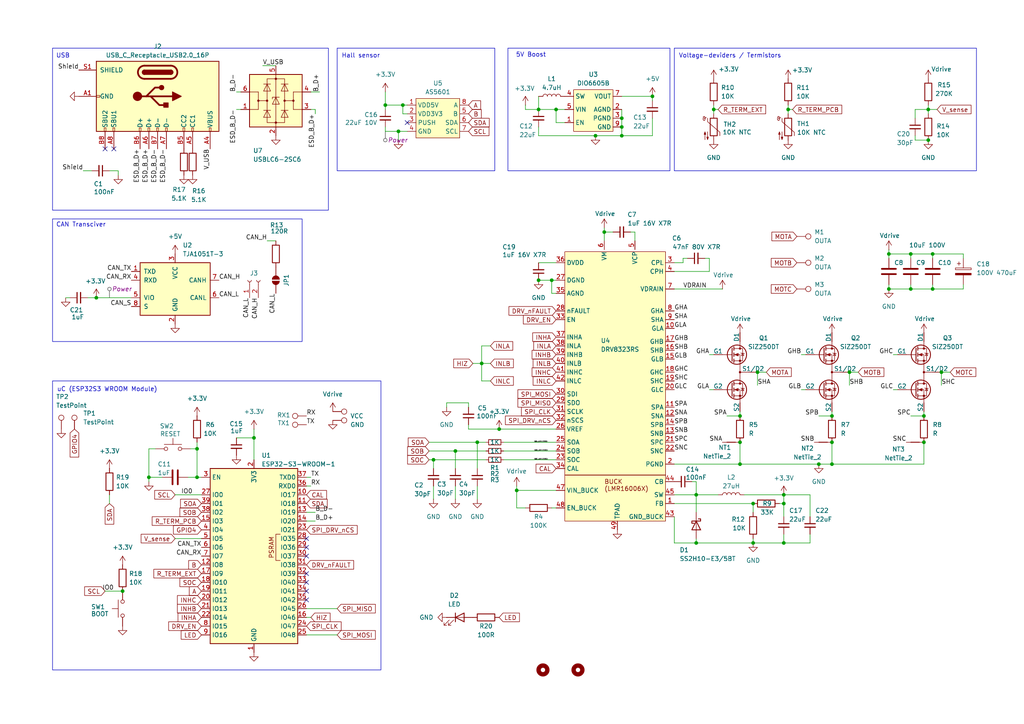
<source format=kicad_sch>
(kicad_sch
	(version 20231120)
	(generator "eeschema")
	(generator_version "8.0")
	(uuid "61527e19-2556-4103-af6a-a1f2e8aebbfc")
	(paper "A4")
	
	(junction
		(at 273.05 107.95)
		(diameter 0)
		(color 0 0 0 0)
		(uuid "0397b7ec-ca2e-4d7c-80bc-4658c9ad64da")
	)
	(junction
		(at 214.63 128.27)
		(diameter 0)
		(color 0 0 0 0)
		(uuid "0634f91f-f7fd-4a67-8527-54598e1b3186")
	)
	(junction
		(at 270.51 83.82)
		(diameter 0)
		(color 0 0 0 0)
		(uuid "0bb50e73-f6c1-4138-b7a8-0de14a265602")
	)
	(junction
		(at 27.94 86.36)
		(diameter 0)
		(color 0 0 0 0)
		(uuid "11e90057-1b94-4ee4-aa74-eb7ca97f056a")
	)
	(junction
		(at 227.33 146.05)
		(diameter 0)
		(color 0 0 0 0)
		(uuid "17e416e9-2a01-4190-a151-db48b1b1293c")
	)
	(junction
		(at 214.63 120.65)
		(diameter 0)
		(color 0 0 0 0)
		(uuid "19c3c244-869c-4e6c-9779-ce4dc7c7c00d")
	)
	(junction
		(at 161.29 31.75)
		(diameter 0)
		(color 0 0 0 0)
		(uuid "1f12e6e0-f05d-49f6-8994-4b5084f7b1d5")
	)
	(junction
		(at 218.44 157.48)
		(diameter 0)
		(color 0 0 0 0)
		(uuid "211c7462-3735-4841-9c6a-2498a829332a")
	)
	(junction
		(at 227.33 157.48)
		(diameter 0)
		(color 0 0 0 0)
		(uuid "26101b5b-0b53-43e3-b2a4-e9753c5b86d9")
	)
	(junction
		(at 218.44 146.05)
		(diameter 0)
		(color 0 0 0 0)
		(uuid "2af2b415-851d-4dee-acc4-8c1d37f55004")
	)
	(junction
		(at 125.73 133.35)
		(diameter 0)
		(color 0 0 0 0)
		(uuid "2cfd6016-80fa-48b2-b6e3-2dc98749bf93")
	)
	(junction
		(at 57.15 138.43)
		(diameter 0)
		(color 0 0 0 0)
		(uuid "3a6340b0-ebde-45cd-93f8-4148dc4e6590")
	)
	(junction
		(at 246.38 107.95)
		(diameter 0)
		(color 0 0 0 0)
		(uuid "3e65267f-c0b7-43d3-956d-d9f1e49990d2")
	)
	(junction
		(at 139.7 105.41)
		(diameter 0)
		(color 0 0 0 0)
		(uuid "4953365e-e73f-4748-93dc-ef64c513e0a0")
	)
	(junction
		(at 35.56 171.45)
		(diameter 0)
		(color 0 0 0 0)
		(uuid "4a8d10f3-684e-4122-abd9-c4db5d62dad6")
	)
	(junction
		(at 267.97 120.65)
		(diameter 0)
		(color 0 0 0 0)
		(uuid "4cdb02b7-43b3-434c-b8f2-72548de4b741")
	)
	(junction
		(at 149.86 142.24)
		(diameter 0)
		(color 0 0 0 0)
		(uuid "51b5d669-54af-4c1a-9243-cd3bea59cdc3")
	)
	(junction
		(at 144.78 124.46)
		(diameter 0)
		(color 0 0 0 0)
		(uuid "593643c9-2581-4e5b-acef-b7bcc399b886")
	)
	(junction
		(at 156.21 81.28)
		(diameter 0)
		(color 0 0 0 0)
		(uuid "5a1cf80c-955c-4871-8195-dacb70161b58")
	)
	(junction
		(at 219.71 107.95)
		(diameter 0)
		(color 0 0 0 0)
		(uuid "5b6aed1d-1f8d-4065-94a7-6a4a07be897f")
	)
	(junction
		(at 172.72 39.37)
		(diameter 0)
		(color 0 0 0 0)
		(uuid "5cf45758-5f37-4339-b8a1-8157409629f7")
	)
	(junction
		(at 267.97 128.27)
		(diameter 0)
		(color 0 0 0 0)
		(uuid "5dbf8551-3883-48f3-9a86-19dea04ec26e")
	)
	(junction
		(at 115.57 38.1)
		(diameter 0)
		(color 0 0 0 0)
		(uuid "6225f909-13a6-4243-870e-9548ad2d923e")
	)
	(junction
		(at 189.23 27.94)
		(diameter 0)
		(color 0 0 0 0)
		(uuid "62df8372-c2d4-4c14-b407-2a5f0c147034")
	)
	(junction
		(at 73.66 127)
		(diameter 0)
		(color 0 0 0 0)
		(uuid "671be447-7df0-4260-b6ff-ece6b464b211")
	)
	(junction
		(at 180.34 39.37)
		(diameter 0)
		(color 0 0 0 0)
		(uuid "6a47b1f5-898b-4789-bfa3-48e22b86e9ec")
	)
	(junction
		(at 111.76 30.48)
		(diameter 0)
		(color 0 0 0 0)
		(uuid "6ef2d5a1-6f24-4476-bc48-d4cbcc9e537a")
	)
	(junction
		(at 201.93 143.51)
		(diameter 0)
		(color 0 0 0 0)
		(uuid "72e940d6-32e3-44bc-8dae-66c8c996c187")
	)
	(junction
		(at 270.51 73.66)
		(diameter 0)
		(color 0 0 0 0)
		(uuid "83c71ecf-cacc-463d-b1e6-e7c7ecc6a6f3")
	)
	(junction
		(at 207.01 31.75)
		(diameter 0)
		(color 0 0 0 0)
		(uuid "85c3527f-0613-4f22-b05f-784978630301")
	)
	(junction
		(at 57.15 130.175)
		(diameter 0)
		(color 0 0 0 0)
		(uuid "896e691e-af9a-4393-af52-0f7480011813")
	)
	(junction
		(at 180.34 36.83)
		(diameter 0)
		(color 0 0 0 0)
		(uuid "915a1d2e-c736-4903-b3ad-20e519cfd251")
	)
	(junction
		(at 264.16 83.82)
		(diameter 0)
		(color 0 0 0 0)
		(uuid "9518af15-a4d8-4d45-942c-ff9812e30013")
	)
	(junction
		(at 257.81 73.66)
		(diameter 0)
		(color 0 0 0 0)
		(uuid "95f33719-9f0b-4ddc-9471-c3c9c5b24a4f")
	)
	(junction
		(at 269.24 40.64)
		(diameter 0)
		(color 0 0 0 0)
		(uuid "973d4683-b7ea-4e5c-a6f3-cd1a6af5e9a6")
	)
	(junction
		(at 180.34 34.29)
		(diameter 0)
		(color 0 0 0 0)
		(uuid "9e6bb5e5-f254-471b-9e0e-a28cd3f478e4")
	)
	(junction
		(at 241.3 134.62)
		(diameter 0)
		(color 0 0 0 0)
		(uuid "a58529bd-f061-4ad9-ad27-64cb46bb1c4a")
	)
	(junction
		(at 269.24 31.75)
		(diameter 0)
		(color 0 0 0 0)
		(uuid "a6228a34-e5f9-4963-9f24-f99a62766710")
	)
	(junction
		(at 257.81 83.82)
		(diameter 0)
		(color 0 0 0 0)
		(uuid "a81e5768-7f59-4388-b894-3fd123ca3444")
	)
	(junction
		(at 156.21 31.75)
		(diameter 0)
		(color 0 0 0 0)
		(uuid "b6fde476-371a-46c0-bc92-2de43cb8c576")
	)
	(junction
		(at 214.63 134.62)
		(diameter 0)
		(color 0 0 0 0)
		(uuid "bf9d1884-85d1-495a-b8f2-904c080dd1a2")
	)
	(junction
		(at 227.33 143.51)
		(diameter 0)
		(color 0 0 0 0)
		(uuid "c1224f00-793d-47d8-ae35-797ce2c5d6be")
	)
	(junction
		(at 43.18 138.43)
		(diameter 0)
		(color 0 0 0 0)
		(uuid "c240a5e4-25a5-4952-9e64-f9ce81bddbe6")
	)
	(junction
		(at 116.84 30.48)
		(diameter 0)
		(color 0 0 0 0)
		(uuid "ca69c265-1155-4aa9-94b0-02ba90c56c30")
	)
	(junction
		(at 228.6 31.75)
		(diameter 0)
		(color 0 0 0 0)
		(uuid "cac58f90-c156-47a1-8f2b-332ce42d5e41")
	)
	(junction
		(at 237.49 134.62)
		(diameter 0)
		(color 0 0 0 0)
		(uuid "cae3805f-9921-468e-b0e3-f2ab50ce01f2")
	)
	(junction
		(at 138.43 128.27)
		(diameter 0)
		(color 0 0 0 0)
		(uuid "ce17d290-3265-4b3e-a8cf-d6e2a6d08c21")
	)
	(junction
		(at 241.3 128.27)
		(diameter 0)
		(color 0 0 0 0)
		(uuid "d46e767d-7704-48c1-a5ad-b2c17eebeb64")
	)
	(junction
		(at 132.08 130.81)
		(diameter 0)
		(color 0 0 0 0)
		(uuid "d65aeea5-4182-40e4-a6f1-dac2731cdda5")
	)
	(junction
		(at 241.3 120.65)
		(diameter 0)
		(color 0 0 0 0)
		(uuid "e1591f83-994a-49b0-b948-6cde9f870912")
	)
	(junction
		(at 264.16 73.66)
		(diameter 0)
		(color 0 0 0 0)
		(uuid "ecb0c12d-373a-4679-9d6a-64ac7ac32eda")
	)
	(junction
		(at 175.26 67.31)
		(diameter 0)
		(color 0 0 0 0)
		(uuid "f2212503-ba0d-4379-9668-07e3ff6a8f54")
	)
	(junction
		(at 160.02 81.28)
		(diameter 0)
		(color 0 0 0 0)
		(uuid "f6d688b1-7472-4ae6-9730-20ff3d8f06f4")
	)
	(junction
		(at 201.93 157.48)
		(diameter 0)
		(color 0 0 0 0)
		(uuid "fcb2e09a-9fc9-432c-aa9d-6737c14dd3e6")
	)
	(no_connect
		(at 88.9 156.21)
		(uuid "21b389bf-8544-4ab3-a6af-85dcec061312")
	)
	(no_connect
		(at 88.9 173.99)
		(uuid "251afa6e-a9d1-403b-aeff-f4b0a4576576")
	)
	(no_connect
		(at 88.9 168.91)
		(uuid "61f4fb37-3eb0-494a-9af1-0e95d0346d74")
	)
	(no_connect
		(at 88.9 158.75)
		(uuid "73d93d17-fc44-4448-b6fe-6e9ac6004424")
	)
	(no_connect
		(at 118.11 35.56)
		(uuid "76c6a7d5-5d02-4833-8953-f2662b4f852c")
	)
	(no_connect
		(at 30.48 43.18)
		(uuid "92bb5834-73c4-4919-8454-1c2723dce2fc")
	)
	(no_connect
		(at 88.9 161.29)
		(uuid "ada70651-de70-40f7-954e-5002d2db60ca")
	)
	(no_connect
		(at 33.02 43.18)
		(uuid "aed5293d-dfb3-4aed-8a82-23faff8d1c3e")
	)
	(no_connect
		(at 88.9 171.45)
		(uuid "e090aef1-90b4-4f62-9c33-2322617bbdfc")
	)
	(no_connect
		(at 88.9 166.37)
		(uuid "fdd7f21f-3aa0-48c1-bf4a-ccbd57068997")
	)
	(wire
		(pts
			(xy 97.79 184.15) (xy 88.9 184.15)
		)
		(stroke
			(width 0)
			(type default)
		)
		(uuid "011a5d79-3e4b-4425-8120-1a65eed59d42")
	)
	(wire
		(pts
			(xy 279.4 83.82) (xy 279.4 82.55)
		)
		(stroke
			(width 0)
			(type default)
		)
		(uuid "02399785-cf3a-4c27-bc42-2a1f92507cc4")
	)
	(wire
		(pts
			(xy 142.24 100.33) (xy 139.7 100.33)
		)
		(stroke
			(width 0)
			(type default)
		)
		(uuid "02be5661-f803-4d08-8298-99999d7979a2")
	)
	(wire
		(pts
			(xy 34.29 49.53) (xy 34.29 50.8)
		)
		(stroke
			(width 0)
			(type default)
		)
		(uuid "03a53043-347b-443c-bcb9-3b8e4fc834a0")
	)
	(wire
		(pts
			(xy 97.79 176.53) (xy 88.9 176.53)
		)
		(stroke
			(width 0)
			(type default)
		)
		(uuid "043b2b38-9be3-4631-9755-1969b406c865")
	)
	(wire
		(pts
			(xy 189.23 27.94) (xy 189.23 29.21)
		)
		(stroke
			(width 0)
			(type default)
		)
		(uuid "044e93da-b75d-4fe1-9ccc-0776ba600177")
	)
	(wire
		(pts
			(xy 205.74 74.93) (xy 205.74 78.74)
		)
		(stroke
			(width 0)
			(type default)
		)
		(uuid "06672801-f105-48ec-8636-7d9f4453f3c7")
	)
	(wire
		(pts
			(xy 227.33 143.51) (xy 227.33 146.05)
		)
		(stroke
			(width 0)
			(type default)
		)
		(uuid "083b6962-58c5-4368-92df-443c7b178cf5")
	)
	(wire
		(pts
			(xy 160.02 147.32) (xy 161.29 147.32)
		)
		(stroke
			(width 0)
			(type default)
		)
		(uuid "086f5a7f-036a-443d-a599-39a88c93e930")
	)
	(wire
		(pts
			(xy 270.51 83.82) (xy 279.4 83.82)
		)
		(stroke
			(width 0)
			(type default)
		)
		(uuid "0bf16416-56b8-4a46-aee4-83ec5a9a0caa")
	)
	(wire
		(pts
			(xy 264.16 83.82) (xy 264.16 82.55)
		)
		(stroke
			(width 0)
			(type default)
		)
		(uuid "0c5309a2-f22f-473b-87e3-ec003e6b0cb5")
	)
	(wire
		(pts
			(xy 189.23 39.37) (xy 180.34 39.37)
		)
		(stroke
			(width 0)
			(type default)
		)
		(uuid "0de32eee-b1fb-4a3b-baaf-d4cf3169c26e")
	)
	(wire
		(pts
			(xy 90.17 179.07) (xy 88.9 179.07)
		)
		(stroke
			(width 0)
			(type default)
		)
		(uuid "0e000798-0b4f-4290-a002-c6ade454ebfb")
	)
	(wire
		(pts
			(xy 257.81 83.82) (xy 257.81 82.55)
		)
		(stroke
			(width 0)
			(type default)
		)
		(uuid "0ff71ec6-daa6-417e-ad74-711e61e9af7e")
	)
	(wire
		(pts
			(xy 234.95 157.48) (xy 227.33 157.48)
		)
		(stroke
			(width 0)
			(type default)
		)
		(uuid "108587d5-a458-4922-ac1d-576932457a00")
	)
	(wire
		(pts
			(xy 234.95 149.86) (xy 234.95 143.51)
		)
		(stroke
			(width 0)
			(type default)
		)
		(uuid "132dbce9-9249-443d-b5b3-5c0dfb37af9e")
	)
	(wire
		(pts
			(xy 246.38 107.95) (xy 246.38 111.76)
		)
		(stroke
			(width 0)
			(type default)
		)
		(uuid "1365553e-510d-499e-9486-7cc34328dfb8")
	)
	(wire
		(pts
			(xy 259.08 102.87) (xy 260.35 102.87)
		)
		(stroke
			(width 0)
			(type default)
		)
		(uuid "13a4e963-0594-4b9b-87b3-57fca33144c1")
	)
	(wire
		(pts
			(xy 91.44 33.02) (xy 91.44 31.75)
		)
		(stroke
			(width 0)
			(type default)
		)
		(uuid "156d26ff-5497-454b-b8a6-198d32f27973")
	)
	(wire
		(pts
			(xy 214.63 128.27) (xy 214.63 134.62)
		)
		(stroke
			(width 0)
			(type default)
		)
		(uuid "18a8c47c-be01-4c87-ab30-608c31cc4353")
	)
	(wire
		(pts
			(xy 129.54 118.11) (xy 129.54 116.84)
		)
		(stroke
			(width 0)
			(type default)
		)
		(uuid "18d75c01-e5d4-4507-b4bc-613031109c08")
	)
	(wire
		(pts
			(xy 160.02 81.28) (xy 160.02 85.09)
		)
		(stroke
			(width 0)
			(type default)
		)
		(uuid "18ee7d1f-d2b8-4ae5-a1a4-a3e2a989c744")
	)
	(wire
		(pts
			(xy 135.89 116.84) (xy 135.89 118.11)
		)
		(stroke
			(width 0)
			(type default)
		)
		(uuid "1be4c169-afd6-4dc3-aa26-203f95f2e2e0")
	)
	(wire
		(pts
			(xy 129.54 116.84) (xy 135.89 116.84)
		)
		(stroke
			(width 0)
			(type default)
		)
		(uuid "1ef15a4a-fefe-4ab5-8a6e-435a6d445150")
	)
	(wire
		(pts
			(xy 195.58 76.2) (xy 198.12 76.2)
		)
		(stroke
			(width 0)
			(type default)
		)
		(uuid "1f52c2f2-758d-47ad-b55d-739484ce21cc")
	)
	(wire
		(pts
			(xy 264.16 83.82) (xy 270.51 83.82)
		)
		(stroke
			(width 0)
			(type default)
		)
		(uuid "2014b7e5-2955-440a-b2f8-cb557845122f")
	)
	(wire
		(pts
			(xy 175.26 67.31) (xy 177.8 67.31)
		)
		(stroke
			(width 0)
			(type default)
		)
		(uuid "21921f70-d1da-4e09-930b-fb9f14925f88")
	)
	(wire
		(pts
			(xy 184.15 67.31) (xy 184.15 69.85)
		)
		(stroke
			(width 0)
			(type default)
		)
		(uuid "229dd84a-09aa-4fb2-bc9b-b320fd2456d9")
	)
	(wire
		(pts
			(xy 228.6 30.48) (xy 228.6 31.75)
		)
		(stroke
			(width 0)
			(type default)
		)
		(uuid "22b53faf-6deb-4e3e-9ebf-83349e801a7c")
	)
	(wire
		(pts
			(xy 175.26 67.31) (xy 175.26 69.85)
		)
		(stroke
			(width 0)
			(type default)
		)
		(uuid "241890ec-3084-4961-9de6-d1ab385e1abc")
	)
	(wire
		(pts
			(xy 91.44 151.13) (xy 88.9 151.13)
		)
		(stroke
			(width 0)
			(type default)
		)
		(uuid "2431546a-3d1d-4144-847a-51929e5b33a4")
	)
	(wire
		(pts
			(xy 182.88 67.31) (xy 184.15 67.31)
		)
		(stroke
			(width 0)
			(type default)
		)
		(uuid "249ea630-43fe-4b59-9b9b-411d9360f2b0")
	)
	(wire
		(pts
			(xy 234.95 143.51) (xy 227.33 143.51)
		)
		(stroke
			(width 0)
			(type default)
		)
		(uuid "24e41f31-8000-46b0-96a4-39634b63b2ca")
	)
	(wire
		(pts
			(xy 43.18 130.175) (xy 43.18 138.43)
		)
		(stroke
			(width 0)
			(type default)
		)
		(uuid "25552927-ff46-4e4c-a97a-5ecab71cd9eb")
	)
	(wire
		(pts
			(xy 116.84 30.48) (xy 116.84 33.02)
		)
		(stroke
			(width 0)
			(type default)
		)
		(uuid "2600df9b-a75b-482c-b875-a99527189097")
	)
	(wire
		(pts
			(xy 135.89 123.19) (xy 135.89 124.46)
		)
		(stroke
			(width 0)
			(type default)
		)
		(uuid "27272e84-7f0e-4353-a346-290371e68c04")
	)
	(wire
		(pts
			(xy 132.08 135.89) (xy 132.08 130.81)
		)
		(stroke
			(width 0)
			(type default)
		)
		(uuid "286396ee-3788-4771-b192-a74701a20357")
	)
	(wire
		(pts
			(xy 214.63 120.65) (xy 214.63 119.38)
		)
		(stroke
			(width 0)
			(type default)
		)
		(uuid "2b2af486-7486-47da-96f1-c2d05f60b703")
	)
	(wire
		(pts
			(xy 163.83 35.56) (xy 161.29 35.56)
		)
		(stroke
			(width 0)
			(type default)
		)
		(uuid "2b7b2e0c-3a19-4df6-8928-970ae75f907d")
	)
	(wire
		(pts
			(xy 237.49 134.62) (xy 241.3 134.62)
		)
		(stroke
			(width 0)
			(type default)
		)
		(uuid "2cd4e412-d39c-4680-8482-d672658e1124")
	)
	(wire
		(pts
			(xy 241.3 128.27) (xy 241.3 134.62)
		)
		(stroke
			(width 0)
			(type default)
		)
		(uuid "2d5e46b0-0455-453a-9a0a-774532d90479")
	)
	(wire
		(pts
			(xy 50.8 156.21) (xy 58.42 156.21)
		)
		(stroke
			(width 0)
			(type default)
		)
		(uuid "313ac65a-1bb8-43c3-980d-08a616c912a8")
	)
	(wire
		(pts
			(xy 73.66 127) (xy 73.66 133.35)
		)
		(stroke
			(width 0)
			(type default)
		)
		(uuid "31a822d6-14ce-4f29-b467-47e49e7c00b9")
	)
	(wire
		(pts
			(xy 219.71 107.95) (xy 219.71 111.76)
		)
		(stroke
			(width 0)
			(type default)
		)
		(uuid "3239172c-f328-438e-bae8-9f99350c8d81")
	)
	(wire
		(pts
			(xy 195.58 134.62) (xy 214.63 134.62)
		)
		(stroke
			(width 0)
			(type default)
		)
		(uuid "352a52b0-a05f-4362-b850-22fac450cb0b")
	)
	(wire
		(pts
			(xy 91.44 148.59) (xy 88.9 148.59)
		)
		(stroke
			(width 0)
			(type default)
		)
		(uuid "35b54aa2-84f8-4cca-83bd-30b267063e1e")
	)
	(wire
		(pts
			(xy 264.16 120.65) (xy 267.97 120.65)
		)
		(stroke
			(width 0)
			(type default)
		)
		(uuid "360362bf-2e46-4eaf-a44b-edc87c60ecfd")
	)
	(wire
		(pts
			(xy 138.43 128.27) (xy 140.97 128.27)
		)
		(stroke
			(width 0)
			(type default)
		)
		(uuid "39499314-ce31-4bc9-b633-cd4d8191eaf6")
	)
	(wire
		(pts
			(xy 138.43 128.27) (xy 138.43 135.89)
		)
		(stroke
			(width 0)
			(type default)
		)
		(uuid "3b02e597-d4ed-42b0-ba3c-b933cabf679e")
	)
	(wire
		(pts
			(xy 31.75 49.53) (xy 34.29 49.53)
		)
		(stroke
			(width 0)
			(type default)
		)
		(uuid "3b037d17-1c6a-464d-8330-def05a88e58e")
	)
	(wire
		(pts
			(xy 146.05 133.35) (xy 161.29 133.35)
		)
		(stroke
			(width 0)
			(type default)
		)
		(uuid "3d814851-48a3-432a-baf5-fd91d68f0148")
	)
	(wire
		(pts
			(xy 269.24 33.02) (xy 269.24 31.75)
		)
		(stroke
			(width 0)
			(type default)
		)
		(uuid "3df087e6-6f29-4b42-9fbf-3e5d57bed7ba")
	)
	(wire
		(pts
			(xy 246.38 107.95) (xy 248.92 107.95)
		)
		(stroke
			(width 0)
			(type default)
		)
		(uuid "3e8e5072-67bc-4e98-904d-733d711569bb")
	)
	(wire
		(pts
			(xy 195.58 143.51) (xy 201.93 143.51)
		)
		(stroke
			(width 0)
			(type default)
		)
		(uuid "3edef3bc-f9dd-47e8-9025-5198710296cd")
	)
	(wire
		(pts
			(xy 43.18 130.175) (xy 45.085 130.175)
		)
		(stroke
			(width 0)
			(type default)
		)
		(uuid "40be994a-77eb-42d6-ba72-d94b5d1d31f9")
	)
	(wire
		(pts
			(xy 156.21 39.37) (xy 172.72 39.37)
		)
		(stroke
			(width 0)
			(type default)
		)
		(uuid "422f9d61-36a9-41f6-99e6-e20ffb41364a")
	)
	(wire
		(pts
			(xy 55.245 130.175) (xy 57.15 130.175)
		)
		(stroke
			(width 0)
			(type default)
		)
		(uuid "4549d210-f376-4bc9-8dad-a8f64f085982")
	)
	(wire
		(pts
			(xy 156.21 36.83) (xy 156.21 39.37)
		)
		(stroke
			(width 0)
			(type default)
		)
		(uuid "488ed74f-48fb-4651-aed2-da784ccb6ee2")
	)
	(wire
		(pts
			(xy 195.58 83.82) (xy 209.55 83.82)
		)
		(stroke
			(width 0)
			(type default)
		)
		(uuid "49c357f5-07de-4bd7-a6b4-c52c73d41390")
	)
	(wire
		(pts
			(xy 43.18 138.43) (xy 46.99 138.43)
		)
		(stroke
			(width 0)
			(type default)
		)
		(uuid "4b0d0e63-c074-4c4a-a31d-707f2966482f")
	)
	(wire
		(pts
			(xy 137.16 105.41) (xy 139.7 105.41)
		)
		(stroke
			(width 0)
			(type default)
		)
		(uuid "4d78f852-e4d1-4dc2-a1db-101c6ea42d1d")
	)
	(wire
		(pts
			(xy 68.58 26.67) (xy 69.85 26.67)
		)
		(stroke
			(width 0)
			(type default)
		)
		(uuid "4ffaba3b-c1d0-443a-be22-0dc686904689")
	)
	(wire
		(pts
			(xy 180.34 39.37) (xy 180.34 36.83)
		)
		(stroke
			(width 0)
			(type default)
		)
		(uuid "51929ee4-f724-4493-88c4-09a52db2a031")
	)
	(wire
		(pts
			(xy 135.89 124.46) (xy 144.78 124.46)
		)
		(stroke
			(width 0)
			(type default)
		)
		(uuid "51b32f4a-46de-482e-ac26-8f7219840313")
	)
	(wire
		(pts
			(xy 180.34 27.94) (xy 189.23 27.94)
		)
		(stroke
			(width 0)
			(type default)
		)
		(uuid "52ff8145-23d7-4f33-be08-d92ff6d8b960")
	)
	(wire
		(pts
			(xy 132.08 130.81) (xy 124.46 130.81)
		)
		(stroke
			(width 0)
			(type default)
		)
		(uuid "57b85ff9-d518-4a4e-a249-232a442c2ec9")
	)
	(wire
		(pts
			(xy 205.74 78.74) (xy 195.58 78.74)
		)
		(stroke
			(width 0)
			(type default)
		)
		(uuid "582c2de0-7b90-477c-a4e1-8715f46525f9")
	)
	(wire
		(pts
			(xy 257.81 73.66) (xy 264.16 73.66)
		)
		(stroke
			(width 0)
			(type default)
		)
		(uuid "58a6b3aa-8ac2-4105-933b-5fa9bfcd31ff")
	)
	(wire
		(pts
			(xy 189.23 34.29) (xy 189.23 39.37)
		)
		(stroke
			(width 0)
			(type default)
		)
		(uuid "5907bbca-3a63-4d12-9202-bc4e6172b1f9")
	)
	(wire
		(pts
			(xy 111.76 30.48) (xy 116.84 30.48)
		)
		(stroke
			(width 0)
			(type default)
		)
		(uuid "59efcf45-4e0a-448d-8ca9-e6bb1c6f3146")
	)
	(wire
		(pts
			(xy 226.06 146.05) (xy 227.33 146.05)
		)
		(stroke
			(width 0)
			(type default)
		)
		(uuid "5cc05397-b382-418b-a866-48ed5b04c668")
	)
	(wire
		(pts
			(xy 156.21 76.2) (xy 161.29 76.2)
		)
		(stroke
			(width 0)
			(type default)
		)
		(uuid "5e028161-c6b0-487b-8a12-7555677b3dfe")
	)
	(wire
		(pts
			(xy 241.3 134.62) (xy 267.97 134.62)
		)
		(stroke
			(width 0)
			(type default)
		)
		(uuid "5f9a75f0-b40d-4cb8-a127-deda52cc5d2e")
	)
	(wire
		(pts
			(xy 275.59 107.95) (xy 273.05 107.95)
		)
		(stroke
			(width 0)
			(type default)
		)
		(uuid "60e4b5ba-8946-4920-8ad9-52141f6a7fb3")
	)
	(wire
		(pts
			(xy 144.78 124.46) (xy 161.29 124.46)
		)
		(stroke
			(width 0)
			(type default)
		)
		(uuid "63fb89c8-e842-47ec-ae6a-f9890685f1b5")
	)
	(wire
		(pts
			(xy 68.58 127) (xy 73.66 127)
		)
		(stroke
			(width 0)
			(type default)
		)
		(uuid "66085653-3f93-4f80-af60-b3ecdbbb4c28")
	)
	(wire
		(pts
			(xy 116.84 30.48) (xy 118.11 30.48)
		)
		(stroke
			(width 0)
			(type default)
		)
		(uuid "6796b74f-ec96-473a-8828-afa9ccd00873")
	)
	(wire
		(pts
			(xy 142.24 110.49) (xy 139.7 110.49)
		)
		(stroke
			(width 0)
			(type default)
		)
		(uuid "68584cea-a3fe-4718-9754-3379fcca38bd")
	)
	(wire
		(pts
			(xy 205.74 102.87) (xy 207.01 102.87)
		)
		(stroke
			(width 0)
			(type default)
		)
		(uuid "6939d6bb-a446-4d47-a6c1-e051e12a1198")
	)
	(wire
		(pts
			(xy 77.47 69.85) (xy 80.01 69.85)
		)
		(stroke
			(width 0)
			(type default)
		)
		(uuid "6959912c-64fa-4050-9e8e-09a47d9cb85a")
	)
	(wire
		(pts
			(xy 265.43 39.37) (xy 265.43 40.64)
		)
		(stroke
			(width 0)
			(type default)
		)
		(uuid "6a685534-d461-4050-8d02-44acb5a1c263")
	)
	(wire
		(pts
			(xy 201.93 157.48) (xy 201.93 156.21)
		)
		(stroke
			(width 0)
			(type default)
		)
		(uuid "6b829803-2c68-4525-9fa2-f9633c05895b")
	)
	(wire
		(pts
			(xy 125.73 133.35) (xy 140.97 133.35)
		)
		(stroke
			(width 0)
			(type default)
		)
		(uuid "6cef0e85-7259-40be-be80-cb6a812510f0")
	)
	(wire
		(pts
			(xy 125.73 140.97) (xy 125.73 144.78)
		)
		(stroke
			(width 0)
			(type default)
		)
		(uuid "6f3d197e-6761-41ee-8be7-095c68d7f55b")
	)
	(wire
		(pts
			(xy 207.01 31.75) (xy 207.01 33.02)
		)
		(stroke
			(width 0)
			(type default)
		)
		(uuid "70f96ed4-049b-4c1b-9632-f67e25667ea0")
	)
	(wire
		(pts
			(xy 111.76 38.1) (xy 115.57 38.1)
		)
		(stroke
			(width 0)
			(type default)
		)
		(uuid "7334f371-1d18-4ddd-9a84-501651edaa38")
	)
	(wire
		(pts
			(xy 156.21 81.28) (xy 160.02 81.28)
		)
		(stroke
			(width 0)
			(type default)
		)
		(uuid "76dfef7e-01f2-4e4f-a3a3-f1fba4f05c6f")
	)
	(wire
		(pts
			(xy 43.18 138.43) (xy 43.18 139.7)
		)
		(stroke
			(width 0)
			(type default)
		)
		(uuid "79e013f3-9947-4243-b10f-bdd496e8c793")
	)
	(wire
		(pts
			(xy 241.3 120.65) (xy 241.3 119.38)
		)
		(stroke
			(width 0)
			(type default)
		)
		(uuid "7ab1206b-8290-4eda-8340-15c7a9c2775e")
	)
	(wire
		(pts
			(xy 201.93 143.51) (xy 208.28 143.51)
		)
		(stroke
			(width 0)
			(type default)
		)
		(uuid "7cfda0e8-0a24-4fff-bf81-5ab291093829")
	)
	(wire
		(pts
			(xy 267.97 128.27) (xy 267.97 134.62)
		)
		(stroke
			(width 0)
			(type default)
		)
		(uuid "7d7f14b6-83c2-4989-b27f-cd658b6eb11d")
	)
	(wire
		(pts
			(xy 111.76 36.83) (xy 111.76 38.1)
		)
		(stroke
			(width 0)
			(type default)
		)
		(uuid "80389d22-1818-4795-9bfc-98636b07429a")
	)
	(wire
		(pts
			(xy 125.73 133.35) (xy 124.46 133.35)
		)
		(stroke
			(width 0)
			(type default)
		)
		(uuid "8103f168-84ed-481d-8100-17cc14df118e")
	)
	(wire
		(pts
			(xy 161.29 31.75) (xy 163.83 31.75)
		)
		(stroke
			(width 0)
			(type default)
		)
		(uuid "81ec38c3-f7b0-4ccc-9967-4d4f1cc22849")
	)
	(wire
		(pts
			(xy 232.41 102.87) (xy 233.68 102.87)
		)
		(stroke
			(width 0)
			(type default)
		)
		(uuid "8212911f-ed41-4e78-9eaa-bb8e0fa9b291")
	)
	(wire
		(pts
			(xy 138.43 140.97) (xy 138.43 144.78)
		)
		(stroke
			(width 0)
			(type default)
		)
		(uuid "8333a854-ac0e-4220-b7ea-1c2434fbe9b5")
	)
	(wire
		(pts
			(xy 27.94 86.36) (xy 38.1 86.36)
		)
		(stroke
			(width 0)
			(type default)
		)
		(uuid "8371ff55-74c5-4b50-97f0-5c291647fe81")
	)
	(wire
		(pts
			(xy 152.4 30.48) (xy 152.4 31.75)
		)
		(stroke
			(width 0)
			(type default)
		)
		(uuid "83a9654f-2fe3-492b-a461-e2c91966629b")
	)
	(wire
		(pts
			(xy 195.58 157.48) (xy 201.93 157.48)
		)
		(stroke
			(width 0)
			(type default)
		)
		(uuid "83c8fe8c-9c3b-490e-b425-4f3030d63b9d")
	)
	(wire
		(pts
			(xy 88.9 140.97) (xy 90.17 140.97)
		)
		(stroke
			(width 0)
			(type default)
		)
		(uuid "85367b86-3d24-47f1-897b-1734bbb6e28e")
	)
	(wire
		(pts
			(xy 195.58 157.48) (xy 195.58 149.86)
		)
		(stroke
			(width 0)
			(type default)
		)
		(uuid "87ef8fb0-fa72-458b-9632-1f13c44307c3")
	)
	(wire
		(pts
			(xy 257.81 72.39) (xy 257.81 73.66)
		)
		(stroke
			(width 0)
			(type default)
		)
		(uuid "88ebcec4-a624-405d-8d7f-6c33f2712a37")
	)
	(wire
		(pts
			(xy 265.43 40.64) (xy 269.24 40.64)
		)
		(stroke
			(width 0)
			(type default)
		)
		(uuid "896b32bf-cc2a-4a06-ba26-2faec2990fea")
	)
	(wire
		(pts
			(xy 271.78 31.75) (xy 269.24 31.75)
		)
		(stroke
			(width 0)
			(type default)
		)
		(uuid "8a6a9fd7-0837-49b3-9c4c-22d92bcceb45")
	)
	(wire
		(pts
			(xy 132.08 140.97) (xy 132.08 144.78)
		)
		(stroke
			(width 0)
			(type default)
		)
		(uuid "8e26ec5e-010b-4f62-a532-8910e20dfdb7")
	)
	(wire
		(pts
			(xy 68.58 31.75) (xy 69.85 31.75)
		)
		(stroke
			(width 0)
			(type default)
		)
		(uuid "8f09fd79-f802-41a4-bedd-0c7f8d6326dd")
	)
	(wire
		(pts
			(xy 215.9 143.51) (xy 227.33 143.51)
		)
		(stroke
			(width 0)
			(type default)
		)
		(uuid "8f7adad8-ca65-4899-8423-394d3b880284")
	)
	(wire
		(pts
			(xy 24.13 49.53) (xy 26.67 49.53)
		)
		(stroke
			(width 0)
			(type default)
		)
		(uuid "9025d658-a359-4854-a0c6-a6160ee6ea6d")
	)
	(wire
		(pts
			(xy 156.21 31.75) (xy 161.29 31.75)
		)
		(stroke
			(width 0)
			(type default)
		)
		(uuid "910b7f06-fed8-4804-aac7-8f93d7902abb")
	)
	(wire
		(pts
			(xy 265.43 31.75) (xy 269.24 31.75)
		)
		(stroke
			(width 0)
			(type default)
		)
		(uuid "91a45817-9fce-4213-b2bc-8ebd3024e1a0")
	)
	(wire
		(pts
			(xy 160.02 81.28) (xy 161.29 81.28)
		)
		(stroke
			(width 0)
			(type default)
		)
		(uuid "933bd77c-0ad7-4fd9-a162-84e4c700dcd9")
	)
	(wire
		(pts
			(xy 195.58 146.05) (xy 218.44 146.05)
		)
		(stroke
			(width 0)
			(type default)
		)
		(uuid "933d9815-4008-4442-8062-036cc373ed9c")
	)
	(wire
		(pts
			(xy 204.47 74.93) (xy 205.74 74.93)
		)
		(stroke
			(width 0)
			(type default)
		)
		(uuid "939f944b-5802-482e-8415-d522c9b7d79d")
	)
	(wire
		(pts
			(xy 210.82 120.65) (xy 214.63 120.65)
		)
		(stroke
			(width 0)
			(type default)
		)
		(uuid "970a34d6-31d9-4f15-b645-2fbde8aa5673")
	)
	(wire
		(pts
			(xy 264.16 73.66) (xy 270.51 73.66)
		)
		(stroke
			(width 0)
			(type default)
		)
		(uuid "99547f1d-af51-4d31-bb2a-45ccbf19b67d")
	)
	(wire
		(pts
			(xy 124.46 128.27) (xy 138.43 128.27)
		)
		(stroke
			(width 0)
			(type default)
		)
		(uuid "99587cc0-6319-4dba-918a-fe8a812f34ca")
	)
	(wire
		(pts
			(xy 88.9 138.43) (xy 90.17 138.43)
		)
		(stroke
			(width 0)
			(type default)
		)
		(uuid "99f57b2a-8dcc-4258-850f-b3faa750a11f")
	)
	(wire
		(pts
			(xy 180.34 34.29) (xy 180.34 31.75)
		)
		(stroke
			(width 0)
			(type default)
		)
		(uuid "9a29affb-46d1-4256-b53d-bec77cfdcd10")
	)
	(wire
		(pts
			(xy 279.4 73.66) (xy 279.4 74.93)
		)
		(stroke
			(width 0)
			(type default)
		)
		(uuid "9b915910-f4b2-426d-8145-2819fa2c4796")
	)
	(wire
		(pts
			(xy 175.26 66.04) (xy 175.26 67.31)
		)
		(stroke
			(width 0)
			(type default)
		)
		(uuid "9da758bf-79e4-49ba-8a6c-5d34454e9961")
	)
	(wire
		(pts
			(xy 270.51 73.66) (xy 279.4 73.66)
		)
		(stroke
			(width 0)
			(type default)
		)
		(uuid "9f7d72b7-785e-4b3a-ad2c-d379b4107228")
	)
	(wire
		(pts
			(xy 92.71 26.67) (xy 90.17 26.67)
		)
		(stroke
			(width 0)
			(type default)
		)
		(uuid "a11842e9-9cfd-481b-bd53-3a499f5b0a00")
	)
	(wire
		(pts
			(xy 139.7 110.49) (xy 139.7 105.41)
		)
		(stroke
			(width 0)
			(type default)
		)
		(uuid "a3209d69-e3bb-4cf2-8a8d-ec2521a390fd")
	)
	(wire
		(pts
			(xy 227.33 146.05) (xy 227.33 149.86)
		)
		(stroke
			(width 0)
			(type default)
		)
		(uuid "a4498da6-ed85-4c9b-8e6c-dd4adf264e13")
	)
	(wire
		(pts
			(xy 57.15 128.27) (xy 57.15 130.175)
		)
		(stroke
			(width 0)
			(type default)
		)
		(uuid "a4a08e94-56e1-4eb3-ab7b-2da7b729bc4f")
	)
	(wire
		(pts
			(xy 146.05 130.81) (xy 161.29 130.81)
		)
		(stroke
			(width 0)
			(type default)
		)
		(uuid "a6256943-225c-463a-ba0f-2d145800da22")
	)
	(wire
		(pts
			(xy 198.12 76.2) (xy 198.12 74.93)
		)
		(stroke
			(width 0)
			(type default)
		)
		(uuid "a637f015-cd8b-447f-b608-4dcf60b9f8b2")
	)
	(wire
		(pts
			(xy 265.43 34.29) (xy 265.43 31.75)
		)
		(stroke
			(width 0)
			(type default)
		)
		(uuid "ab82b066-2592-4b91-958e-1a2b1dcb807d")
	)
	(wire
		(pts
			(xy 91.44 31.75) (xy 90.17 31.75)
		)
		(stroke
			(width 0)
			(type default)
		)
		(uuid "aea742dd-ca95-4e13-8033-ee1da586a771")
	)
	(wire
		(pts
			(xy 218.44 157.48) (xy 227.33 157.48)
		)
		(stroke
			(width 0)
			(type default)
		)
		(uuid "b1f659de-0df7-489a-b6fa-fba70471e99f")
	)
	(wire
		(pts
			(xy 73.66 124.46) (xy 73.66 127)
		)
		(stroke
			(width 0)
			(type default)
		)
		(uuid "b30173bf-58c5-444f-8109-639213e6f125")
	)
	(wire
		(pts
			(xy 201.93 139.7) (xy 200.66 139.7)
		)
		(stroke
			(width 0)
			(type default)
		)
		(uuid "b3626da6-c128-4cae-b584-731fad18b117")
	)
	(wire
		(pts
			(xy 208.28 31.75) (xy 207.01 31.75)
		)
		(stroke
			(width 0)
			(type default)
		)
		(uuid "b376fd8c-5f45-4970-b544-bff1a248fbe0")
	)
	(wire
		(pts
			(xy 270.51 83.82) (xy 270.51 82.55)
		)
		(stroke
			(width 0)
			(type default)
		)
		(uuid "b79a512f-54bd-455d-8ed6-05149c0c4ec4")
	)
	(wire
		(pts
			(xy 116.84 33.02) (xy 118.11 33.02)
		)
		(stroke
			(width 0)
			(type default)
		)
		(uuid "b8d3199b-a1c3-48b9-926a-478e10422024")
	)
	(wire
		(pts
			(xy 237.49 120.65) (xy 241.3 120.65)
		)
		(stroke
			(width 0)
			(type default)
		)
		(uuid "b8e8dd65-6e0b-42da-b4e2-f06087a52458")
	)
	(wire
		(pts
			(xy 232.41 113.03) (xy 233.68 113.03)
		)
		(stroke
			(width 0)
			(type default)
		)
		(uuid "ba3a7361-4c1c-45a1-bf46-2835f2105d92")
	)
	(wire
		(pts
			(xy 234.95 154.94) (xy 234.95 157.48)
		)
		(stroke
			(width 0)
			(type default)
		)
		(uuid "ba8caf54-4013-46a8-b50d-9806ec005d07")
	)
	(wire
		(pts
			(xy 228.6 31.75) (xy 228.6 33.02)
		)
		(stroke
			(width 0)
			(type default)
		)
		(uuid "bc5d90eb-ff10-4fdc-ab98-b88ce155668a")
	)
	(wire
		(pts
			(xy 218.44 157.48) (xy 218.44 156.21)
		)
		(stroke
			(width 0)
			(type default)
		)
		(uuid "bd12054a-642d-4adf-b729-2d1f84a44558")
	)
	(wire
		(pts
			(xy 156.21 27.94) (xy 156.21 31.75)
		)
		(stroke
			(width 0)
			(type default)
		)
		(uuid "bf6725da-7718-4c3b-970c-73b95b65e55c")
	)
	(wire
		(pts
			(xy 180.34 36.83) (xy 180.34 34.29)
		)
		(stroke
			(width 0)
			(type default)
		)
		(uuid "c0fddb89-22a5-4e33-9f02-cbfce21c4fa6")
	)
	(wire
		(pts
			(xy 207.01 30.48) (xy 207.01 31.75)
		)
		(stroke
			(width 0)
			(type default)
		)
		(uuid "c10796c5-0e5c-43b7-8bde-ca8c041d2459")
	)
	(wire
		(pts
			(xy 139.7 105.41) (xy 142.24 105.41)
		)
		(stroke
			(width 0)
			(type default)
		)
		(uuid "c21ed720-73a0-4b6d-8487-f09f398bb1de")
	)
	(wire
		(pts
			(xy 149.86 140.97) (xy 149.86 142.24)
		)
		(stroke
			(width 0)
			(type default)
		)
		(uuid "c3700901-eb7e-4fd8-be77-a7ca370659ee")
	)
	(wire
		(pts
			(xy 227.33 154.94) (xy 227.33 157.48)
		)
		(stroke
			(width 0)
			(type default)
		)
		(uuid "c497c688-434f-4845-a760-523ae1880b8b")
	)
	(wire
		(pts
			(xy 132.08 130.81) (xy 140.97 130.81)
		)
		(stroke
			(width 0)
			(type default)
		)
		(uuid "c92c6140-4ffc-4b31-a3c2-d9e682fc1ae9")
	)
	(wire
		(pts
			(xy 125.73 135.89) (xy 125.73 133.35)
		)
		(stroke
			(width 0)
			(type default)
		)
		(uuid "c99a1ca2-8d85-4abf-80ef-3fbb5c33f5f6")
	)
	(wire
		(pts
			(xy 269.24 30.48) (xy 269.24 31.75)
		)
		(stroke
			(width 0)
			(type default)
		)
		(uuid "cdeaf8b4-6dd3-4b58-958a-15ab23a29e81")
	)
	(wire
		(pts
			(xy 205.74 113.03) (xy 207.01 113.03)
		)
		(stroke
			(width 0)
			(type default)
		)
		(uuid "cf6cdc1a-e792-4c00-a975-a5ba2f23b679")
	)
	(wire
		(pts
			(xy 228.6 31.75) (xy 229.87 31.75)
		)
		(stroke
			(width 0)
			(type default)
		)
		(uuid "d05e4fb0-1ecd-4d5a-ad8d-2463df77d318")
	)
	(wire
		(pts
			(xy 57.15 138.43) (xy 58.42 138.43)
		)
		(stroke
			(width 0)
			(type default)
		)
		(uuid "d4c31d4f-75f5-4063-a2ae-636a0ab1e2b4")
	)
	(wire
		(pts
			(xy 19.05 86.36) (xy 20.32 86.36)
		)
		(stroke
			(width 0)
			(type default)
		)
		(uuid "d69adecb-caec-424e-a880-7aa83e2c5622")
	)
	(wire
		(pts
			(xy 57.15 130.175) (xy 57.15 138.43)
		)
		(stroke
			(width 0)
			(type default)
		)
		(uuid "d8e9af29-1854-4355-ba5a-7b0aec50f11c")
	)
	(wire
		(pts
			(xy 161.29 85.09) (xy 160.02 85.09)
		)
		(stroke
			(width 0)
			(type default)
		)
		(uuid "d95e5445-fa57-4081-a14a-ecf40bedadf6")
	)
	(wire
		(pts
			(xy 149.86 147.32) (xy 149.86 142.24)
		)
		(stroke
			(width 0)
			(type default)
		)
		(uuid "da07ad9f-8319-48c4-aa0e-54660e05b69d")
	)
	(wire
		(pts
			(xy 50.8 143.51) (xy 58.42 143.51)
		)
		(stroke
			(width 0)
			(type default)
		)
		(uuid "dac7f3bc-cffe-4682-bc22-2d976e7e14e3")
	)
	(wire
		(pts
			(xy 257.81 73.66) (xy 257.81 74.93)
		)
		(stroke
			(width 0)
			(type default)
		)
		(uuid "db34b52d-d82b-4fb9-b4bd-ecefebd45d3f")
	)
	(wire
		(pts
			(xy 201.93 143.51) (xy 201.93 139.7)
		)
		(stroke
			(width 0)
			(type default)
		)
		(uuid "dc4273e7-c171-4972-8acf-3e6c11f950af")
	)
	(wire
		(pts
			(xy 31.75 143.51) (xy 31.75 146.05)
		)
		(stroke
			(width 0)
			(type default)
		)
		(uuid "dd0efa2e-ecf0-4272-b631-cf16b12445b7")
	)
	(wire
		(pts
			(xy 198.12 74.93) (xy 199.39 74.93)
		)
		(stroke
			(width 0)
			(type default)
		)
		(uuid "dd404c2d-ec22-4d98-bd85-e37d2401b59b")
	)
	(wire
		(pts
			(xy 139.7 100.33) (xy 139.7 105.41)
		)
		(stroke
			(width 0)
			(type default)
		)
		(uuid "de6acca5-d55c-4a18-96af-5b8bfc95b447")
	)
	(wire
		(pts
			(xy 201.93 157.48) (xy 218.44 157.48)
		)
		(stroke
			(width 0)
			(type default)
		)
		(uuid "dfe93e5a-3341-4189-9402-c28d895de3c5")
	)
	(wire
		(pts
			(xy 201.93 143.51) (xy 201.93 148.59)
		)
		(stroke
			(width 0)
			(type default)
		)
		(uuid "e0f0544b-3f1e-4215-949e-19d216fd7998")
	)
	(wire
		(pts
			(xy 264.16 73.66) (xy 264.16 74.93)
		)
		(stroke
			(width 0)
			(type default)
		)
		(uuid "e0f1e6db-0860-4669-a2f0-9ee71b73ba90")
	)
	(wire
		(pts
			(xy 222.25 107.95) (xy 219.71 107.95)
		)
		(stroke
			(width 0)
			(type default)
		)
		(uuid "e13bdf55-da34-4ef6-a33e-3ed46286aff6")
	)
	(wire
		(pts
			(xy 267.97 120.65) (xy 267.97 119.38)
		)
		(stroke
			(width 0)
			(type default)
		)
		(uuid "e1b64b5e-ab3f-4766-8c50-790013133003")
	)
	(wire
		(pts
			(xy 146.05 128.27) (xy 161.29 128.27)
		)
		(stroke
			(width 0)
			(type default)
		)
		(uuid "e434f8bf-d182-42e5-b3b9-93e9bda0ec63")
	)
	(wire
		(pts
			(xy 30.48 171.45) (xy 35.56 171.45)
		)
		(stroke
			(width 0)
			(type default)
		)
		(uuid "e496060b-76b7-48d7-b7eb-b6049be287b4")
	)
	(wire
		(pts
			(xy 115.57 40.64) (xy 115.57 38.1)
		)
		(stroke
			(width 0)
			(type default)
		)
		(uuid "e5aa04ca-bf64-43ae-8563-2a75d5ba08a4")
	)
	(wire
		(pts
			(xy 152.4 147.32) (xy 149.86 147.32)
		)
		(stroke
			(width 0)
			(type default)
		)
		(uuid "e5af316e-33ff-4609-a147-e9827cef02a0")
	)
	(wire
		(pts
			(xy 111.76 30.48) (xy 111.76 31.75)
		)
		(stroke
			(width 0)
			(type default)
		)
		(uuid "e631c3e5-77f6-413b-8ba7-bffd99f4ad67")
	)
	(wire
		(pts
			(xy 259.08 113.03) (xy 260.35 113.03)
		)
		(stroke
			(width 0)
			(type default)
		)
		(uuid "e74ebb78-e732-4b0c-b96d-158321ccc408")
	)
	(wire
		(pts
			(xy 270.51 73.66) (xy 270.51 74.93)
		)
		(stroke
			(width 0)
			(type default)
		)
		(uuid "e75123b2-a023-4343-b674-a76323494be1")
	)
	(wire
		(pts
			(xy 152.4 31.75) (xy 156.21 31.75)
		)
		(stroke
			(width 0)
			(type default)
		)
		(uuid "e827ca3d-0e6d-4394-93ea-41f92726d04e")
	)
	(wire
		(pts
			(xy 111.76 26.67) (xy 111.76 30.48)
		)
		(stroke
			(width 0)
			(type default)
		)
		(uuid "e8908adc-5cc2-490f-a45e-9387bea52927")
	)
	(wire
		(pts
			(xy 115.57 38.1) (xy 118.11 38.1)
		)
		(stroke
			(width 0)
			(type default)
		)
		(uuid "e8cdc5da-34b4-44a9-b437-b37dc0fde6e9")
	)
	(wire
		(pts
			(xy 25.4 86.36) (xy 27.94 86.36)
		)
		(stroke
			(width 0)
			(type default)
		)
		(uuid "ed2fd9a0-c308-467f-b400-0da79035e5de")
	)
	(wire
		(pts
			(xy 257.81 83.82) (xy 264.16 83.82)
		)
		(stroke
			(width 0)
			(type default)
		)
		(uuid "f07e7f3c-ec0d-4ce7-8132-61382f16145e")
	)
	(wire
		(pts
			(xy 218.44 146.05) (xy 218.44 148.59)
		)
		(stroke
			(width 0)
			(type default)
		)
		(uuid "f2a2298c-86fa-4fa0-b2e8-bed8f5157392")
	)
	(wire
		(pts
			(xy 161.29 35.56) (xy 161.29 31.75)
		)
		(stroke
			(width 0)
			(type default)
		)
		(uuid "f2ae1466-58c8-4712-b124-8024760a17da")
	)
	(wire
		(pts
			(xy 214.63 134.62) (xy 237.49 134.62)
		)
		(stroke
			(width 0)
			(type default)
		)
		(uuid "f52abe7c-111c-4897-b814-8d20376eb35f")
	)
	(wire
		(pts
			(xy 76.2 19.05) (xy 80.01 19.05)
		)
		(stroke
			(width 0)
			(type default)
		)
		(uuid "f6356dc4-eb59-47c7-b5b5-43a7ef64d6fd")
	)
	(wire
		(pts
			(xy 54.61 138.43) (xy 57.15 138.43)
		)
		(stroke
			(width 0)
			(type default)
		)
		(uuid "f91331da-5ade-479b-9110-7fd391b25c3a")
	)
	(wire
		(pts
			(xy 149.86 142.24) (xy 161.29 142.24)
		)
		(stroke
			(width 0)
			(type default)
		)
		(uuid "f9256f81-9369-448c-b780-168d77fe8d00")
	)
	(wire
		(pts
			(xy 172.72 39.37) (xy 180.34 39.37)
		)
		(stroke
			(width 0)
			(type default)
		)
		(uuid "fda4ea76-893e-4e81-af18-b52de6ff1e3e")
	)
	(wire
		(pts
			(xy 273.05 107.95) (xy 273.05 111.76)
		)
		(stroke
			(width 0)
			(type default)
		)
		(uuid "fdd6a8a7-15f1-4413-8161-46118f6d7c90")
	)
	(rectangle
		(start 15.24 63.5)
		(end 87.63 99.06)
		(stroke
			(width 0)
			(type default)
		)
		(fill
			(type none)
		)
		(uuid 06e052f4-da08-47e6-9d03-0817a605536c)
	)
	(rectangle
		(start 195.58 13.97)
		(end 283.21 49.53)
		(stroke
			(width 0)
			(type default)
		)
		(fill
			(type none)
		)
		(uuid 27bf8d16-c798-4b0e-b398-bed1539fc3fd)
	)
	(rectangle
		(start 97.79 13.97)
		(end 143.51 49.53)
		(stroke
			(width 0)
			(type default)
		)
		(fill
			(type none)
		)
		(uuid 745200eb-f91e-47eb-bce4-15cae6446002)
	)
	(rectangle
		(start 147.32 13.97)
		(end 194.31 49.53)
		(stroke
			(width 0)
			(type default)
		)
		(fill
			(type none)
		)
		(uuid ba09f429-4d9d-4b03-b4f6-9801e91bd977)
	)
	(rectangle
		(start 15.24 110.49)
		(end 110.49 194.31)
		(stroke
			(width 0)
			(type default)
		)
		(fill
			(type none)
		)
		(uuid bcb4e515-ec53-4609-8f2c-955bd4e90559)
	)
	(rectangle
		(start 15.24 13.97)
		(end 95.25 60.96)
		(stroke
			(width 0)
			(type default)
		)
		(fill
			(type none)
		)
		(uuid e681141d-2e7c-4bb1-a1ec-620428b95373)
	)
	(text "USB"
		(exclude_from_sim no)
		(at 16.256 16.256 0)
		(effects
			(font
				(size 1.27 1.27)
			)
			(justify left)
		)
		(uuid "2c00c21c-3b22-4ae5-b621-f7e61c714727")
	)
	(text "Voltage-deviders / Termistors"
		(exclude_from_sim no)
		(at 196.85 16.256 0)
		(effects
			(font
				(size 1.27 1.27)
			)
			(justify left)
		)
		(uuid "8aaa2967-6696-493e-abec-6b2e731655c9")
	)
	(text "CAN Transciver"
		(exclude_from_sim no)
		(at 16.256 65.278 0)
		(effects
			(font
				(size 1.27 1.27)
			)
			(justify left)
		)
		(uuid "ad00accc-3724-471f-804a-8337084dc7ea")
	)
	(text "Hall sensor"
		(exclude_from_sim no)
		(at 99.06 16.256 0)
		(effects
			(font
				(size 1.27 1.27)
			)
			(justify left)
		)
		(uuid "da985763-1f3d-43c3-b193-8b45c67841bf")
	)
	(text "5V Boost"
		(exclude_from_sim no)
		(at 149.606 16.002 0)
		(effects
			(font
				(size 1.27 1.27)
			)
			(justify left)
		)
		(uuid "dde45ef9-d504-436e-8c47-64475238698f")
	)
	(text "uC (ESP32S3 WROOM Module)"
		(exclude_from_sim no)
		(at 16.51 113.03 0)
		(effects
			(font
				(size 1.27 1.27)
			)
			(justify left)
		)
		(uuid "ea64fadc-6bc4-4f7c-bbf3-66bf38cf0abf")
	)
	(label "GLC"
		(at 195.58 113.03 0)
		(fields_autoplaced yes)
		(effects
			(font
				(size 1.27 1.27)
			)
			(justify left bottom)
		)
		(uuid "035accb0-d739-41cc-af74-cdd5ab519a73")
	)
	(label "ESD_B_D+"
		(at 40.64 43.18 270)
		(fields_autoplaced yes)
		(effects
			(font
				(size 1.27 1.27)
			)
			(justify right bottom)
		)
		(uuid "0915cbbf-3876-4fa1-bee4-b9fb28f24c18")
	)
	(label "RX"
		(at 90.17 140.97 0)
		(fields_autoplaced yes)
		(effects
			(font
				(size 1.27 1.27)
			)
			(justify left bottom)
		)
		(uuid "158ab6a9-250c-44d8-9974-4bfda4fcc445")
	)
	(label "SHA"
		(at 195.58 92.71 0)
		(fields_autoplaced yes)
		(effects
			(font
				(size 1.27 1.27)
			)
			(justify left bottom)
		)
		(uuid "18a4fe30-d7d0-4821-ac5c-b479668ddf41")
	)
	(label "SNC"
		(at 262.89 128.27 180)
		(fields_autoplaced yes)
		(effects
			(font
				(size 1.27 1.27)
			)
			(justify right bottom)
		)
		(uuid "1a03ace6-eb1a-4d55-b6b9-a05666835f9c")
	)
	(label "IO0"
		(at 33.02 171.45 180)
		(fields_autoplaced yes)
		(effects
			(font
				(size 1.27 1.27)
			)
			(justify right bottom)
		)
		(uuid "1a6d3465-213d-4e63-bdd5-a17b5aa0ba2d")
	)
	(label "SOB_UNFILTERED"
		(at 154.94 130.81 0)
		(fields_autoplaced yes)
		(effects
			(font
				(size 0.3 0.3)
			)
			(justify left bottom)
		)
		(uuid "1ab916f0-5db1-4515-bb83-a6547d46a726")
	)
	(label "SHC"
		(at 273.05 111.76 0)
		(fields_autoplaced yes)
		(effects
			(font
				(size 1.27 1.27)
			)
			(justify left bottom)
		)
		(uuid "20c88e71-2474-42a8-867c-b23cefc36845")
	)
	(label "GLA"
		(at 195.58 95.25 0)
		(fields_autoplaced yes)
		(effects
			(font
				(size 1.27 1.27)
			)
			(justify left bottom)
		)
		(uuid "20f20bb6-d56b-492c-ad3a-1822d383b589")
	)
	(label "B_D+"
		(at 91.44 151.13 0)
		(fields_autoplaced yes)
		(effects
			(font
				(size 1.27 1.27)
			)
			(justify left bottom)
		)
		(uuid "243be6cb-6552-45a4-a3b1-3c6c1db2bb87")
	)
	(label "SPB"
		(at 237.49 120.65 180)
		(fields_autoplaced yes)
		(effects
			(font
				(size 1.27 1.27)
			)
			(justify right bottom)
		)
		(uuid "25b7a022-092b-46c1-bddd-5f06ed69dbea")
	)
	(label "SHA"
		(at 219.71 111.76 0)
		(fields_autoplaced yes)
		(effects
			(font
				(size 1.27 1.27)
			)
			(justify left bottom)
		)
		(uuid "2ae81d49-ccee-4cc6-bee9-ac7e4344f131")
	)
	(label "VDRAIN"
		(at 198.12 83.82 0)
		(fields_autoplaced yes)
		(effects
			(font
				(size 1.27 1.27)
			)
			(justify left bottom)
		)
		(uuid "2efbfa88-c858-4872-8601-33fd638b5d7d")
	)
	(label "CAN_TX"
		(at 58.42 158.75 180)
		(fields_autoplaced yes)
		(effects
			(font
				(size 1.27 1.27)
			)
			(justify right bottom)
		)
		(uuid "32a61fad-c857-4fd6-87cb-82a637fc7eaf")
	)
	(label "TX"
		(at 88.9 123.19 0)
		(fields_autoplaced yes)
		(effects
			(font
				(size 1.27 1.27)
			)
			(justify left bottom)
		)
		(uuid "32d2f7c2-407f-4200-ad33-7c273613ff35")
	)
	(label "CAN_H"
		(at 63.5 81.28 0)
		(fields_autoplaced yes)
		(effects
			(font
				(size 1.27 1.27)
			)
			(justify left bottom)
		)
		(uuid "33fa3b26-31c2-47c9-bcc5-4730d5badc51")
	)
	(label "GHC"
		(at 195.58 107.95 0)
		(fields_autoplaced yes)
		(effects
			(font
				(size 1.27 1.27)
			)
			(justify left bottom)
		)
		(uuid "34130c60-1859-4e60-962a-acc2220852d9")
	)
	(label "B_D-"
		(at 68.58 26.67 90)
		(fields_autoplaced yes)
		(effects
			(font
				(size 1.27 1.27)
			)
			(justify left bottom)
		)
		(uuid "3485e308-d4da-45fd-af55-389f3f5df72e")
	)
	(label "GHB"
		(at 232.41 102.87 180)
		(fields_autoplaced yes)
		(effects
			(font
				(size 1.27 1.27)
			)
			(justify right bottom)
		)
		(uuid "3594dad8-ba29-449a-b0da-cf72eeb1e9e4")
	)
	(label "B_D-"
		(at 91.44 148.59 0)
		(fields_autoplaced yes)
		(effects
			(font
				(size 1.27 1.27)
			)
			(justify left bottom)
		)
		(uuid "37d09b41-7176-45d2-9d46-f5298d436eb1")
	)
	(label "CAN_RX"
		(at 58.42 161.29 180)
		(fields_autoplaced yes)
		(effects
			(font
				(size 1.27 1.27)
			)
			(justify right bottom)
		)
		(uuid "3a3a0c42-86c9-41b6-bb8a-a2545b7f26ee")
	)
	(label "SNB"
		(at 195.58 125.73 0)
		(fields_autoplaced yes)
		(effects
			(font
				(size 1.27 1.27)
			)
			(justify left bottom)
		)
		(uuid "45dc56b7-2b99-435c-8a36-3644f784de9c")
	)
	(label "GLB"
		(at 232.41 113.03 180)
		(fields_autoplaced yes)
		(effects
			(font
				(size 1.27 1.27)
			)
			(justify right bottom)
		)
		(uuid "50509eb9-5a4d-4cd1-a6ed-7e3c1be250a8")
	)
	(label "SPC"
		(at 264.16 120.65 180)
		(fields_autoplaced yes)
		(effects
			(font
				(size 1.27 1.27)
			)
			(justify right bottom)
		)
		(uuid "6276c5a6-165b-40dd-b12f-5a045ac3c034")
	)
	(label "ESD_B_D-"
		(at 48.26 43.18 270)
		(fields_autoplaced yes)
		(effects
			(font
				(size 1.27 1.27)
			)
			(justify right bottom)
		)
		(uuid "69bff4f1-1e56-47df-a909-d17db76edcbd")
	)
	(label "SHC"
		(at 195.58 110.49 0)
		(fields_autoplaced yes)
		(effects
			(font
				(size 1.27 1.27)
			)
			(justify left bottom)
		)
		(uuid "69d41045-26b8-4e38-be0e-702ca65b5806")
	)
	(label "ESD_B_D+"
		(at 43.18 43.18 270)
		(fields_autoplaced yes)
		(effects
			(font
				(size 1.27 1.27)
			)
			(justify right bottom)
		)
		(uuid "70a4a001-6443-42c0-b30b-d0c5a827729c")
	)
	(label "GHB"
		(at 195.58 99.06 0)
		(fields_autoplaced yes)
		(effects
			(font
				(size 1.27 1.27)
			)
			(justify left bottom)
		)
		(uuid "70f8a0b4-d08a-4074-a249-2e7a4affd168")
	)
	(label "SHB"
		(at 195.58 101.6 0)
		(fields_autoplaced yes)
		(effects
			(font
				(size 1.27 1.27)
			)
			(justify left bottom)
		)
		(uuid "77a8b204-155a-4d43-bd2c-c8616e1ae91b")
	)
	(label "SPB"
		(at 195.58 123.19 0)
		(fields_autoplaced yes)
		(effects
			(font
				(size 1.27 1.27)
			)
			(justify left bottom)
		)
		(uuid "7ab8dc4c-c565-400a-ae56-8e8bdfc7df72")
	)
	(label "V_USB"
		(at 60.96 43.18 270)
		(fields_autoplaced yes)
		(effects
			(font
				(size 1.27 1.27)
			)
			(justify right bottom)
		)
		(uuid "7effe878-c79d-401d-971c-c579d3f38cba")
	)
	(label "CAN_H"
		(at 74.93 86.36 270)
		(fields_autoplaced yes)
		(effects
			(font
				(size 1.27 1.27)
			)
			(justify right bottom)
		)
		(uuid "899a7faf-2e40-4d15-8080-08051b4d9423")
	)
	(label "V_USB"
		(at 76.2 19.05 0)
		(fields_autoplaced yes)
		(effects
			(font
				(size 1.27 1.27)
			)
			(justify left bottom)
		)
		(uuid "8af869aa-8108-4f28-afba-7f543b1bd46f")
	)
	(label "CAN_TX"
		(at 38.1 78.74 180)
		(fields_autoplaced yes)
		(effects
			(font
				(size 1.27 1.27)
			)
			(justify right bottom)
		)
		(uuid "8bf39d07-6a88-4968-ac96-34e0fc144e2e")
	)
	(label "SOA_UNFILTERED"
		(at 154.94 128.27 0)
		(fields_autoplaced yes)
		(effects
			(font
				(size 0.3 0.3)
			)
			(justify left bottom)
		)
		(uuid "8c286a99-ce98-4ce8-badd-e387839a5034")
	)
	(label "SNA"
		(at 195.58 120.65 0)
		(fields_autoplaced yes)
		(effects
			(font
				(size 1.27 1.27)
			)
			(justify left bottom)
		)
		(uuid "8dacf234-2715-4c40-93b5-a6cb5bebf96a")
	)
	(label "SOC_UNFILTERED"
		(at 154.94 133.35 0)
		(fields_autoplaced yes)
		(effects
			(font
				(size 0.3 0.3)
			)
			(justify left bottom)
		)
		(uuid "921d489b-6872-4145-b791-3272c5232c78")
	)
	(label "GHA"
		(at 205.74 102.87 180)
		(fields_autoplaced yes)
		(effects
			(font
				(size 1.27 1.27)
			)
			(justify right bottom)
		)
		(uuid "9865ac7d-03c3-4a22-ab89-b376a2692b35")
	)
	(label "GLB"
		(at 195.58 104.14 0)
		(fields_autoplaced yes)
		(effects
			(font
				(size 1.27 1.27)
			)
			(justify left bottom)
		)
		(uuid "991097ed-aec0-4a1f-8e56-8341ee97a13d")
	)
	(label "GHC"
		(at 259.08 102.87 180)
		(fields_autoplaced yes)
		(effects
			(font
				(size 1.27 1.27)
			)
			(justify right bottom)
		)
		(uuid "9dc8547b-fea4-4c0f-acc6-d1cff515a344")
	)
	(label "SHB"
		(at 246.38 111.76 0)
		(fields_autoplaced yes)
		(effects
			(font
				(size 1.27 1.27)
			)
			(justify left bottom)
		)
		(uuid "a78ab286-0000-4a73-bf58-4ba34fe9800e")
	)
	(label "SPC"
		(at 195.58 128.27 0)
		(fields_autoplaced yes)
		(effects
			(font
				(size 1.27 1.27)
			)
			(justify left bottom)
		)
		(uuid "ac76d1a4-f532-4377-94da-ae4da948ec99")
	)
	(label "CAN_S"
		(at 38.1 88.9 180)
		(fields_autoplaced yes)
		(effects
			(font
				(size 1.27 1.27)
			)
			(justify right bottom)
		)
		(uuid "ae81e5c5-90e3-4df0-a3a3-fe2e79d450b4")
	)
	(label "SPA"
		(at 195.58 118.11 0)
		(fields_autoplaced yes)
		(effects
			(font
				(size 1.27 1.27)
			)
			(justify left bottom)
		)
		(uuid "b45bca92-55b9-4f20-a6c6-34da6d861942")
	)
	(label "ESD_B_D-"
		(at 68.58 31.75 270)
		(fields_autoplaced yes)
		(effects
			(font
				(size 1.27 1.27)
			)
			(justify right bottom)
		)
		(uuid "ba34e6db-7606-4545-ba8f-0bc91429e8ed")
	)
	(label "GLC"
		(at 259.08 113.03 180)
		(fields_autoplaced yes)
		(effects
			(font
				(size 1.27 1.27)
			)
			(justify right bottom)
		)
		(uuid "bfd68185-bf7c-493a-91d9-7a043a76426f")
	)
	(label "SNC"
		(at 195.58 130.81 0)
		(fields_autoplaced yes)
		(effects
			(font
				(size 1.27 1.27)
			)
			(justify left bottom)
		)
		(uuid "cbca0871-7483-4167-98e2-48192a152e69")
	)
	(label "SPA"
		(at 210.82 120.65 180)
		(fields_autoplaced yes)
		(effects
			(font
				(size 1.27 1.27)
			)
			(justify right bottom)
		)
		(uuid "d0bd968a-fdcc-4f47-abaa-9c8aa6c62fd7")
	)
	(label "CAN_H"
		(at 77.47 69.85 180)
		(fields_autoplaced yes)
		(effects
			(font
				(size 1.27 1.27)
			)
			(justify right bottom)
		)
		(uuid "d1c219b9-19c5-48a7-8c26-502a38384cb5")
	)
	(label "CAN_L"
		(at 63.5 86.36 0)
		(fields_autoplaced yes)
		(effects
			(font
				(size 1.27 1.27)
			)
			(justify left bottom)
		)
		(uuid "d64a6475-f12e-4d94-9720-f1636a0e9dac")
	)
	(label "Shield"
		(at 22.86 20.32 180)
		(fields_autoplaced yes)
		(effects
			(font
				(size 1.27 1.27)
			)
			(justify right bottom)
		)
		(uuid "da31b691-14e4-4228-a5c6-02a66164b95f")
	)
	(label "ESD_B_D-"
		(at 45.72 43.18 270)
		(fields_autoplaced yes)
		(effects
			(font
				(size 1.27 1.27)
			)
			(justify right bottom)
		)
		(uuid "dbecab1c-f479-4c4e-b005-256d4566bc25")
	)
	(label "B_D+"
		(at 92.71 26.67 90)
		(fields_autoplaced yes)
		(effects
			(font
				(size 1.27 1.27)
			)
			(justify left bottom)
		)
		(uuid "dd69d601-1a15-4674-b2eb-22a602db0ea6")
	)
	(label "GLA"
		(at 205.74 113.03 180)
		(fields_autoplaced yes)
		(effects
			(font
				(size 1.27 1.27)
			)
			(justify right bottom)
		)
		(uuid "de1ea28e-1500-458c-9792-68795baa0149")
	)
	(label "IO0"
		(at 55.88 143.51 180)
		(fields_autoplaced yes)
		(effects
			(font
				(size 1.27 1.27)
			)
			(justify right bottom)
		)
		(uuid "df4f4d99-aa9b-4a2d-aa4f-174d5d6187e2")
	)
	(label "RX"
		(at 88.9 120.65 0)
		(fields_autoplaced yes)
		(effects
			(font
				(size 1.27 1.27)
			)
			(justify left bottom)
		)
		(uuid "e0d1e4db-5411-49e8-aca6-46d74ac8482e")
	)
	(label "ESD_B_D+"
		(at 91.44 33.02 270)
		(fields_autoplaced yes)
		(effects
			(font
				(size 1.27 1.27)
			)
			(justify right bottom)
		)
		(uuid "e2685db9-045e-43df-b8bb-27a669a484cb")
	)
	(label "CAN_RX"
		(at 38.1 81.28 180)
		(fields_autoplaced yes)
		(effects
			(font
				(size 1.27 1.27)
			)
			(justify right bottom)
		)
		(uuid "e52e01d7-30d1-4951-82ff-bdd43d6c5c75")
	)
	(label "Shield"
		(at 24.13 49.53 180)
		(fields_autoplaced yes)
		(effects
			(font
				(size 1.27 1.27)
			)
			(justify right bottom)
		)
		(uuid "ea1919a7-786d-4e43-a143-3c755a720db3")
	)
	(label "SNB"
		(at 236.22 128.27 180)
		(fields_autoplaced yes)
		(effects
			(font
				(size 1.27 1.27)
			)
			(justify right bottom)
		)
		(uuid "f3af30bf-2f39-4b09-a141-12de3951cdc9")
	)
	(label "SNA"
		(at 209.55 128.27 180)
		(fields_autoplaced yes)
		(effects
			(font
				(size 1.27 1.27)
			)
			(justify right bottom)
		)
		(uuid "f467529c-ab3c-49da-9f13-81e3e2aaf910")
	)
	(label "CAN_L"
		(at 80.01 85.09 270)
		(fields_autoplaced yes)
		(effects
			(font
				(size 1.27 1.27)
			)
			(justify right bottom)
		)
		(uuid "f6304c77-7592-4230-b5ff-ff3a38624ff0")
	)
	(label "CAN_L"
		(at 72.39 86.36 270)
		(fields_autoplaced yes)
		(effects
			(font
				(size 1.27 1.27)
			)
			(justify right bottom)
		)
		(uuid "fb7be5e8-e250-4602-9846-aacc92f6c8ab")
	)
	(label "GHA"
		(at 195.58 90.17 0)
		(fields_autoplaced yes)
		(effects
			(font
				(size 1.27 1.27)
			)
			(justify left bottom)
		)
		(uuid "fb7e5dd0-371d-4d26-a359-26636a32c881")
	)
	(label "TX"
		(at 90.17 138.43 0)
		(fields_autoplaced yes)
		(effects
			(font
				(size 1.27 1.27)
			)
			(justify left bottom)
		)
		(uuid "ff95f860-1659-460d-aad3-e2d8ac3aa526")
	)
	(global_label "INLB"
		(shape input)
		(at 161.29 105.41 180)
		(effects
			(font
				(size 1.27 1.27)
			)
			(justify right)
		)
		(uuid "00d33077-383c-4523-97b8-1116161c5770")
		(property "Intersheetrefs" "${INTERSHEET_REFS}"
			(at 161.29 105.41 0)
			(effects
				(font
					(size 1.27 1.27)
				)
				(hide yes)
			)
		)
	)
	(global_label "DRV_nFAULT"
		(shape input)
		(at 88.9 163.83 0)
		(fields_autoplaced yes)
		(effects
			(font
				(size 1.27 1.27)
			)
			(justify left)
		)
		(uuid "050c90e9-cd15-45cf-95de-3b56192c9e07")
		(property "Intersheetrefs" "${INTERSHEET_REFS}"
			(at 103.1338 163.83 0)
			(effects
				(font
					(size 1.27 1.27)
				)
				(justify left)
				(hide yes)
			)
		)
	)
	(global_label "LED"
		(shape input)
		(at 58.42 184.15 180)
		(fields_autoplaced yes)
		(effects
			(font
				(size 1.27 1.27)
			)
			(justify right)
		)
		(uuid "0a776570-09fb-4b84-9d97-e01178bb7582")
		(property "Intersheetrefs" "${INTERSHEET_REFS}"
			(at 51.9877 184.15 0)
			(effects
				(font
					(size 1.27 1.27)
				)
				(justify right)
				(hide yes)
			)
		)
	)
	(global_label "MOTB"
		(shape input)
		(at 231.14 76.2 180)
		(fields_autoplaced yes)
		(effects
			(font
				(size 1.27 1.27)
			)
			(justify right)
		)
		(uuid "29c0fddf-7cfd-4c9b-a8a7-2294da0e10cd")
		(property "Intersheetrefs" "${INTERSHEET_REFS}"
			(at 223.1353 76.2 0)
			(effects
				(font
					(size 1.27 1.27)
				)
				(justify right)
				(hide yes)
			)
		)
	)
	(global_label "DRV_nFAULT"
		(shape input)
		(at 161.29 90.17 180)
		(fields_autoplaced yes)
		(effects
			(font
				(size 1.27 1.27)
			)
			(justify right)
		)
		(uuid "2a71f024-2d1a-40df-980e-5966b8d42fbc")
		(property "Intersheetrefs" "${INTERSHEET_REFS}"
			(at 147.0562 90.17 0)
			(effects
				(font
					(size 1.27 1.27)
				)
				(justify right)
				(hide yes)
			)
		)
	)
	(global_label "SCL"
		(shape input)
		(at 135.89 38.1 0)
		(fields_autoplaced yes)
		(effects
			(font
				(size 1.27 1.27)
			)
			(justify left)
		)
		(uuid "2ab611da-e6d3-446e-809d-b042a5f088a0")
		(property "Intersheetrefs" "${INTERSHEET_REFS}"
			(at 142.3828 38.1 0)
			(effects
				(font
					(size 1.27 1.27)
				)
				(justify left)
				(hide yes)
			)
		)
	)
	(global_label "SOB"
		(shape input)
		(at 58.42 148.59 180)
		(fields_autoplaced yes)
		(effects
			(font
				(size 1.27 1.27)
			)
			(justify right)
		)
		(uuid "2dd30051-a1e3-4c13-9624-afc9d8b4fdc1")
		(property "Intersheetrefs" "${INTERSHEET_REFS}"
			(at 51.6248 148.59 0)
			(effects
				(font
					(size 1.27 1.27)
				)
				(justify right)
				(hide yes)
			)
		)
	)
	(global_label "SCL"
		(shape input)
		(at 30.48 171.45 180)
		(fields_autoplaced yes)
		(effects
			(font
				(size 1.27 1.27)
			)
			(justify right)
		)
		(uuid "300205bd-79ea-4ba4-bf8d-2e4eacdcbb4d")
		(property "Intersheetrefs" "${INTERSHEET_REFS}"
			(at 23.9872 171.45 0)
			(effects
				(font
					(size 1.27 1.27)
				)
				(justify right)
				(hide yes)
			)
		)
	)
	(global_label "MOTB"
		(shape input)
		(at 248.92 107.95 0)
		(fields_autoplaced yes)
		(effects
			(font
				(size 1.27 1.27)
			)
			(justify left)
		)
		(uuid "302888f6-9313-45bb-b61a-7157ae849186")
		(property "Intersheetrefs" "${INTERSHEET_REFS}"
			(at 256.9247 107.95 0)
			(effects
				(font
					(size 1.27 1.27)
				)
				(justify left)
				(hide yes)
			)
		)
	)
	(global_label "SPI_MOSI"
		(shape input)
		(at 97.79 184.15 0)
		(fields_autoplaced yes)
		(effects
			(font
				(size 1.27 1.27)
			)
			(justify left)
		)
		(uuid "303ba0af-c11d-4446-8b97-35d360de4c30")
		(property "Intersheetrefs" "${INTERSHEET_REFS}"
			(at 109.4233 184.15 0)
			(effects
				(font
					(size 1.27 1.27)
				)
				(justify left)
				(hide yes)
			)
		)
	)
	(global_label "MOTA"
		(shape input)
		(at 222.25 107.95 0)
		(fields_autoplaced yes)
		(effects
			(font
				(size 1.27 1.27)
			)
			(justify left)
		)
		(uuid "30e53140-1256-4abe-8ad0-679b0a826757")
		(property "Intersheetrefs" "${INTERSHEET_REFS}"
			(at 230.0733 107.95 0)
			(effects
				(font
					(size 1.27 1.27)
				)
				(justify left)
				(hide yes)
			)
		)
	)
	(global_label "INLC"
		(shape input)
		(at 161.29 110.49 180)
		(effects
			(font
				(size 1.27 1.27)
			)
			(justify right)
		)
		(uuid "31c000a6-d9eb-4d9b-9fbf-abf3e4bab295")
		(property "Intersheetrefs" "${INTERSHEET_REFS}"
			(at 161.29 110.49 0)
			(effects
				(font
					(size 1.27 1.27)
				)
				(hide yes)
			)
		)
	)
	(global_label "DRV_EN"
		(shape input)
		(at 58.42 181.61 180)
		(fields_autoplaced yes)
		(effects
			(font
				(size 1.27 1.27)
			)
			(justify right)
		)
		(uuid "33e1e772-7814-417e-bb4b-60865f7c816b")
		(property "Intersheetrefs" "${INTERSHEET_REFS}"
			(at 48.3591 181.61 0)
			(effects
				(font
					(size 1.27 1.27)
				)
				(justify right)
				(hide yes)
			)
		)
	)
	(global_label "SOA"
		(shape input)
		(at 58.42 146.05 180)
		(fields_autoplaced yes)
		(effects
			(font
				(size 1.27 1.27)
			)
			(justify right)
		)
		(uuid "36b50d8c-a57f-4807-835e-2fd5fc984873")
		(property "Intersheetrefs" "${INTERSHEET_REFS}"
			(at 51.8062 146.05 0)
			(effects
				(font
					(size 1.27 1.27)
				)
				(justify right)
				(hide yes)
			)
		)
	)
	(global_label "SOA"
		(shape input)
		(at 124.46 128.27 180)
		(fields_autoplaced yes)
		(effects
			(font
				(size 1.27 1.27)
			)
			(justify right)
		)
		(uuid "43472c30-3912-49d1-b222-6913f2c4b75e")
		(property "Intersheetrefs" "${INTERSHEET_REFS}"
			(at 117.8462 128.27 0)
			(effects
				(font
					(size 1.27 1.27)
				)
				(justify right)
				(hide yes)
			)
		)
	)
	(global_label "SPI_CLK"
		(shape input)
		(at 88.9 181.61 0)
		(fields_autoplaced yes)
		(effects
			(font
				(size 1.27 1.27)
			)
			(justify left)
		)
		(uuid "44a6e336-01a7-4271-8416-93bedf8e66f3")
		(property "Intersheetrefs" "${INTERSHEET_REFS}"
			(at 99.5052 181.61 0)
			(effects
				(font
					(size 1.27 1.27)
				)
				(justify left)
				(hide yes)
			)
		)
	)
	(global_label "A"
		(shape input)
		(at 58.42 171.45 180)
		(fields_autoplaced yes)
		(effects
			(font
				(size 1.27 1.27)
			)
			(justify right)
		)
		(uuid "540b15bc-ded6-41f4-9720-a450ca06ec24")
		(property "Intersheetrefs" "${INTERSHEET_REFS}"
			(at 54.3462 171.45 0)
			(effects
				(font
					(size 1.27 1.27)
				)
				(justify right)
				(hide yes)
			)
		)
	)
	(global_label "CAL"
		(shape input)
		(at 161.29 135.89 180)
		(effects
			(font
				(size 1.27 1.27)
			)
			(justify right)
		)
		(uuid "56f62a31-4a65-4363-90a3-f8321b86aa3b")
		(property "Intersheetrefs" "${INTERSHEET_REFS}"
			(at 161.29 135.89 0)
			(effects
				(font
					(size 1.27 1.27)
				)
				(hide yes)
			)
		)
	)
	(global_label "INLB"
		(shape input)
		(at 142.24 105.41 0)
		(effects
			(font
				(size 1.27 1.27)
			)
			(justify left)
		)
		(uuid "58bdb7b6-695a-4902-9ae1-6b63974f98a0")
		(property "Intersheetrefs" "${INTERSHEET_REFS}"
			(at 142.24 105.41 0)
			(effects
				(font
					(size 1.27 1.27)
				)
				(hide yes)
			)
		)
	)
	(global_label "INLA"
		(shape input)
		(at 161.29 100.33 180)
		(effects
			(font
				(size 1.27 1.27)
			)
			(justify right)
		)
		(uuid "59e83fe8-116e-4829-a00d-3793e1b8e944")
		(property "Intersheetrefs" "${INTERSHEET_REFS}"
			(at 161.29 100.33 0)
			(effects
				(font
					(size 1.27 1.27)
				)
				(hide yes)
			)
		)
	)
	(global_label "SPI_DRV_nCS"
		(shape input)
		(at 88.9 153.67 0)
		(fields_autoplaced yes)
		(effects
			(font
				(size 1.27 1.27)
			)
			(justify left)
		)
		(uuid "5e83df4b-af3e-4f29-ad34-c6b89988052a")
		(property "Intersheetrefs" "${INTERSHEET_REFS}"
			(at 104.1618 153.67 0)
			(effects
				(font
					(size 1.27 1.27)
				)
				(justify left)
				(hide yes)
			)
		)
	)
	(global_label "R_TERM_EXT"
		(shape input)
		(at 58.42 166.37 180)
		(fields_autoplaced yes)
		(effects
			(font
				(size 1.27 1.27)
			)
			(justify right)
		)
		(uuid "62b871ec-ecdc-4448-bd6e-d0fafa95f869")
		(property "Intersheetrefs" "${INTERSHEET_REFS}"
			(at 44.0655 166.37 0)
			(effects
				(font
					(size 1.27 1.27)
				)
				(justify right)
				(hide yes)
			)
		)
	)
	(global_label "SCL"
		(shape input)
		(at 50.8 143.51 180)
		(fields_autoplaced yes)
		(effects
			(font
				(size 1.27 1.27)
			)
			(justify right)
		)
		(uuid "78e82f7d-47ad-461b-8f0f-6646c32d71b7")
		(property "Intersheetrefs" "${INTERSHEET_REFS}"
			(at 44.3072 143.51 0)
			(effects
				(font
					(size 1.27 1.27)
				)
				(justify right)
				(hide yes)
			)
		)
	)
	(global_label "SPI_CLK"
		(shape input)
		(at 161.29 119.38 180)
		(fields_autoplaced yes)
		(effects
			(font
				(size 1.27 1.27)
			)
			(justify right)
		)
		(uuid "799bbd10-93b8-464d-b818-7fade6912cc0")
		(property "Intersheetrefs" "${INTERSHEET_REFS}"
			(at 150.6848 119.38 0)
			(effects
				(font
					(size 1.27 1.27)
				)
				(justify right)
				(hide yes)
			)
		)
	)
	(global_label "A"
		(shape input)
		(at 135.89 30.48 0)
		(fields_autoplaced yes)
		(effects
			(font
				(size 1.27 1.27)
			)
			(justify left)
		)
		(uuid "7c24d94b-9dfb-47e6-b1f7-5692705b7c1b")
		(property "Intersheetrefs" "${INTERSHEET_REFS}"
			(at 139.9638 30.48 0)
			(effects
				(font
					(size 1.27 1.27)
				)
				(justify left)
				(hide yes)
			)
		)
	)
	(global_label "CAL"
		(shape input)
		(at 88.9 143.51 0)
		(effects
			(font
				(size 1.27 1.27)
			)
			(justify left)
		)
		(uuid "7e3f7ce5-2620-420c-934e-562705bbe256")
		(property "Intersheetrefs" "${INTERSHEET_REFS}"
			(at 88.9 143.51 0)
			(effects
				(font
					(size 1.27 1.27)
				)
				(hide yes)
			)
		)
	)
	(global_label "GPIO4"
		(shape input)
		(at 58.42 153.67 180)
		(fields_autoplaced yes)
		(effects
			(font
				(size 1.27 1.27)
			)
			(justify right)
		)
		(uuid "87f81f5a-b893-44a1-83d4-b7663076c429")
		(property "Intersheetrefs" "${INTERSHEET_REFS}"
			(at 49.75 153.67 0)
			(effects
				(font
					(size 1.27 1.27)
				)
				(justify right)
				(hide yes)
			)
		)
	)
	(global_label "HIZ"
		(shape input)
		(at 90.17 179.07 0)
		(fields_autoplaced yes)
		(effects
			(font
				(size 1.27 1.27)
			)
			(justify left)
		)
		(uuid "884d3c1e-0c1b-433a-b956-bb54ee8c6804")
		(property "Intersheetrefs" "${INTERSHEET_REFS}"
			(at 96.3 179.07 0)
			(effects
				(font
					(size 1.27 1.27)
				)
				(justify left)
				(hide yes)
			)
		)
	)
	(global_label "SPI_MISO"
		(shape input)
		(at 161.29 116.84 180)
		(fields_autoplaced yes)
		(effects
			(font
				(size 1.27 1.27)
			)
			(justify right)
		)
		(uuid "8a2ae120-5c37-4472-a62f-83f32ebf12e5")
		(property "Intersheetrefs" "${INTERSHEET_REFS}"
			(at 149.6567 116.84 0)
			(effects
				(font
					(size 1.27 1.27)
				)
				(justify right)
				(hide yes)
			)
		)
	)
	(global_label "SDA"
		(shape input)
		(at 31.75 146.05 270)
		(fields_autoplaced yes)
		(effects
			(font
				(size 1.27 1.27)
			)
			(justify right)
		)
		(uuid "8a3b7112-f3e2-4aa1-97e8-395243a43406")
		(property "Intersheetrefs" "${INTERSHEET_REFS}"
			(at 31.75 152.6033 90)
			(effects
				(font
					(size 1.27 1.27)
				)
				(justify right)
				(hide yes)
			)
		)
	)
	(global_label "HIZ"
		(shape input)
		(at 137.16 105.41 180)
		(fields_autoplaced yes)
		(effects
			(font
				(size 1.27 1.27)
			)
			(justify right)
		)
		(uuid "8b25af64-8b88-48d4-9c79-e8ef18d50fe9")
		(property "Intersheetrefs" "${INTERSHEET_REFS}"
			(at 131.03 105.41 0)
			(effects
				(font
					(size 1.27 1.27)
				)
				(justify right)
				(hide yes)
			)
		)
	)
	(global_label "INLC"
		(shape input)
		(at 142.24 110.49 0)
		(effects
			(font
				(size 1.27 1.27)
			)
			(justify left)
		)
		(uuid "8b4caf44-3415-4ecc-ab44-34f7c4ef681d")
		(property "Intersheetrefs" "${INTERSHEET_REFS}"
			(at 142.24 110.49 0)
			(effects
				(font
					(size 1.27 1.27)
				)
				(hide yes)
			)
		)
	)
	(global_label "SPI_DRV_nCS"
		(shape input)
		(at 161.29 121.92 180)
		(fields_autoplaced yes)
		(effects
			(font
				(size 1.27 1.27)
			)
			(justify right)
		)
		(uuid "90cbdc39-82de-4081-9e3f-2634e180e53d")
		(property "Intersheetrefs" "${INTERSHEET_REFS}"
			(at 146.0282 121.92 0)
			(effects
				(font
					(size 1.27 1.27)
				)
				(justify right)
				(hide yes)
			)
		)
	)
	(global_label "V_sense"
		(shape input)
		(at 271.78 31.75 0)
		(fields_autoplaced yes)
		(effects
			(font
				(size 1.27 1.27)
			)
			(justify left)
		)
		(uuid "91d6452f-c1c4-431e-8d30-3b0f44b2fb6f")
		(property "Intersheetrefs" "${INTERSHEET_REFS}"
			(at 282.2038 31.75 0)
			(effects
				(font
					(size 1.27 1.27)
				)
				(justify left)
				(hide yes)
			)
		)
	)
	(global_label "R_TERM_EXT"
		(shape input)
		(at 208.28 31.75 0)
		(fields_autoplaced yes)
		(effects
			(font
				(size 1.27 1.27)
			)
			(justify left)
		)
		(uuid "97898ecf-5baf-4f6a-bd8d-0d3d4fcd2fd3")
		(property "Intersheetrefs" "${INTERSHEET_REFS}"
			(at 222.6345 31.75 0)
			(effects
				(font
					(size 1.27 1.27)
				)
				(justify left)
				(hide yes)
			)
		)
	)
	(global_label "B"
		(shape input)
		(at 58.42 163.83 180)
		(fields_autoplaced yes)
		(effects
			(font
				(size 1.27 1.27)
			)
			(justify right)
		)
		(uuid "a0227f78-6afc-4253-9462-3f4cad8be0ab")
		(property "Intersheetrefs" "${INTERSHEET_REFS}"
			(at 54.1648 163.83 0)
			(effects
				(font
					(size 1.27 1.27)
				)
				(justify right)
				(hide yes)
			)
		)
	)
	(global_label "MOTA"
		(shape input)
		(at 231.14 68.58 180)
		(fields_autoplaced yes)
		(effects
			(font
				(size 1.27 1.27)
			)
			(justify right)
		)
		(uuid "a30645f6-cf80-4199-8bed-79096d22497c")
		(property "Intersheetrefs" "${INTERSHEET_REFS}"
			(at 223.3167 68.58 0)
			(effects
				(font
					(size 1.27 1.27)
				)
				(justify right)
				(hide yes)
			)
		)
	)
	(global_label "INHB"
		(shape input)
		(at 161.29 102.87 180)
		(effects
			(font
				(size 1.27 1.27)
			)
			(justify right)
		)
		(uuid "a5bcaba2-8b83-4c21-ae2d-06a6a37206b2")
		(property "Intersheetrefs" "${INTERSHEET_REFS}"
			(at 161.29 102.87 0)
			(effects
				(font
					(size 1.27 1.27)
				)
				(hide yes)
			)
		)
	)
	(global_label "INLA"
		(shape input)
		(at 142.24 100.33 0)
		(effects
			(font
				(size 1.27 1.27)
			)
			(justify left)
		)
		(uuid "a82bc417-31db-46c6-9e69-7d81d55a89dc")
		(property "Intersheetrefs" "${INTERSHEET_REFS}"
			(at 142.24 100.33 0)
			(effects
				(font
					(size 1.27 1.27)
				)
				(hide yes)
			)
		)
	)
	(global_label "INHA"
		(shape input)
		(at 58.42 179.07 180)
		(fields_autoplaced yes)
		(effects
			(font
				(size 1.27 1.27)
			)
			(justify right)
		)
		(uuid "aaaf9000-0234-4511-8c9f-dfc13a8b6fee")
		(property "Intersheetrefs" "${INTERSHEET_REFS}"
			(at 51.0804 179.07 0)
			(effects
				(font
					(size 1.27 1.27)
				)
				(justify right)
				(hide yes)
			)
		)
	)
	(global_label "GPIO4"
		(shape input)
		(at 21.59 124.46 270)
		(fields_autoplaced yes)
		(effects
			(font
				(size 1.27 1.27)
			)
			(justify right)
		)
		(uuid "ab9f7c93-88cb-43d8-95c8-142faae32ee1")
		(property "Intersheetrefs" "${INTERSHEET_REFS}"
			(at 21.59 133.13 90)
			(effects
				(font
					(size 1.27 1.27)
				)
				(justify right)
				(hide yes)
			)
		)
	)
	(global_label "SOC"
		(shape input)
		(at 58.42 168.91 180)
		(fields_autoplaced yes)
		(effects
			(font
				(size 1.27 1.27)
			)
			(justify right)
		)
		(uuid "ac0e27ca-9315-4d8e-834f-e776a9f7d999")
		(property "Intersheetrefs" "${INTERSHEET_REFS}"
			(at 51.6248 168.91 0)
			(effects
				(font
					(size 1.27 1.27)
				)
				(justify right)
				(hide yes)
			)
		)
	)
	(global_label "DRV_EN"
		(shape input)
		(at 161.29 92.71 180)
		(fields_autoplaced yes)
		(effects
			(font
				(size 1.27 1.27)
			)
			(justify right)
		)
		(uuid "b5879c1a-bac1-406e-9636-530056a7e773")
		(property "Intersheetrefs" "${INTERSHEET_REFS}"
			(at 151.2291 92.71 0)
			(effects
				(font
					(size 1.27 1.27)
				)
				(justify right)
				(hide yes)
			)
		)
	)
	(global_label "SOC"
		(shape input)
		(at 124.46 133.35 180)
		(fields_autoplaced yes)
		(effects
			(font
				(size 1.27 1.27)
			)
			(justify right)
		)
		(uuid "be3e60c2-b839-4aef-81b9-53d19c498b84")
		(property "Intersheetrefs" "${INTERSHEET_REFS}"
			(at 117.6648 133.35 0)
			(effects
				(font
					(size 1.27 1.27)
				)
				(justify right)
				(hide yes)
			)
		)
	)
	(global_label "SPI_MISO"
		(shape input)
		(at 97.79 176.53 0)
		(fields_autoplaced yes)
		(effects
			(font
				(size 1.27 1.27)
			)
			(justify left)
		)
		(uuid "c2204af6-f294-4082-9eeb-14487469705c")
		(property "Intersheetrefs" "${INTERSHEET_REFS}"
			(at 109.4233 176.53 0)
			(effects
				(font
					(size 1.27 1.27)
				)
				(justify left)
				(hide yes)
			)
		)
	)
	(global_label "LED"
		(shape input)
		(at 144.78 179.07 0)
		(fields_autoplaced yes)
		(effects
			(font
				(size 1.27 1.27)
			)
			(justify left)
		)
		(uuid "c55662ee-d4b1-4898-a0cb-ebfcad377a72")
		(property "Intersheetrefs" "${INTERSHEET_REFS}"
			(at 151.2123 179.07 0)
			(effects
				(font
					(size 1.27 1.27)
				)
				(justify left)
				(hide yes)
			)
		)
	)
	(global_label "V_sense"
		(shape input)
		(at 50.8 156.21 180)
		(fields_autoplaced yes)
		(effects
			(font
				(size 1.27 1.27)
			)
			(justify right)
		)
		(uuid "c6016c35-1d6d-45b4-bae5-050e6e66fb09")
		(property "Intersheetrefs" "${INTERSHEET_REFS}"
			(at 40.3762 156.21 0)
			(effects
				(font
					(size 1.27 1.27)
				)
				(justify right)
				(hide yes)
			)
		)
	)
	(global_label "SDA"
		(shape input)
		(at 135.89 35.56 0)
		(fields_autoplaced yes)
		(effects
			(font
				(size 1.27 1.27)
			)
			(justify left)
		)
		(uuid "d0e545aa-0ed0-4812-8a39-195ba3b0b0f8")
		(property "Intersheetrefs" "${INTERSHEET_REFS}"
			(at 142.4433 35.56 0)
			(effects
				(font
					(size 1.27 1.27)
				)
				(justify left)
				(hide yes)
			)
		)
	)
	(global_label "INHC"
		(shape input)
		(at 161.29 107.95 180)
		(effects
			(font
				(size 1.27 1.27)
			)
			(justify right)
		)
		(uuid "d1785718-ba2a-4239-b9f9-dd54d034b796")
		(property "Intersheetrefs" "${INTERSHEET_REFS}"
			(at 161.29 107.95 0)
			(effects
				(font
					(size 1.27 1.27)
				)
				(hide yes)
			)
		)
	)
	(global_label "INHC"
		(shape input)
		(at 58.42 173.99 180)
		(fields_autoplaced yes)
		(effects
			(font
				(size 1.27 1.27)
			)
			(justify right)
		)
		(uuid "d5682a62-005e-4199-b9ee-8d8274872347")
		(property "Intersheetrefs" "${INTERSHEET_REFS}"
			(at 50.899 173.99 0)
			(effects
				(font
					(size 1.27 1.27)
				)
				(justify right)
				(hide yes)
			)
		)
	)
	(global_label "MOTC"
		(shape input)
		(at 275.59 107.95 0)
		(fields_autoplaced yes)
		(effects
			(font
				(size 1.27 1.27)
			)
			(justify left)
		)
		(uuid "d5e6b06d-c891-4143-b8e4-8bb53f71f135")
		(property "Intersheetrefs" "${INTERSHEET_REFS}"
			(at 283.5947 107.95 0)
			(effects
				(font
					(size 1.27 1.27)
				)
				(justify left)
				(hide yes)
			)
		)
	)
	(global_label "INHA"
		(shape input)
		(at 161.29 97.79 180)
		(effects
			(font
				(size 1.27 1.27)
			)
			(justify right)
		)
		(uuid "ddb82a0e-b9e8-4986-84e0-19f17866d01a")
		(property "Intersheetrefs" "${INTERSHEET_REFS}"
			(at 161.29 97.79 0)
			(effects
				(font
					(size 1.27 1.27)
				)
				(hide yes)
			)
		)
	)
	(global_label "R_TERM_PCB"
		(shape input)
		(at 229.87 31.75 0)
		(fields_autoplaced yes)
		(effects
			(font
				(size 1.27 1.27)
			)
			(justify left)
		)
		(uuid "e0b507b5-cbc9-43f0-a3b1-d44919dd7832")
		(property "Intersheetrefs" "${INTERSHEET_REFS}"
			(at 244.7084 31.75 0)
			(effects
				(font
					(size 1.27 1.27)
				)
				(justify left)
				(hide yes)
			)
		)
	)
	(global_label "R_TERM_PCB"
		(shape input)
		(at 58.42 151.13 180)
		(fields_autoplaced yes)
		(effects
			(font
				(size 1.27 1.27)
			)
			(justify right)
		)
		(uuid "e4bae54f-69bc-4d94-9ffb-aa90bfdca87c")
		(property "Intersheetrefs" "${INTERSHEET_REFS}"
			(at 43.5816 151.13 0)
			(effects
				(font
					(size 1.27 1.27)
				)
				(justify right)
				(hide yes)
			)
		)
	)
	(global_label "B"
		(shape input)
		(at 135.89 33.02 0)
		(fields_autoplaced yes)
		(effects
			(font
				(size 1.27 1.27)
			)
			(justify left)
		)
		(uuid "ea840c1d-5119-4f92-967c-5f8f80cb551b")
		(property "Intersheetrefs" "${INTERSHEET_REFS}"
			(at 140.1452 33.02 0)
			(effects
				(font
					(size 1.27 1.27)
				)
				(justify left)
				(hide yes)
			)
		)
	)
	(global_label "MOTC"
		(shape input)
		(at 231.14 83.82 180)
		(fields_autoplaced yes)
		(effects
			(font
				(size 1.27 1.27)
			)
			(justify right)
		)
		(uuid "ed8d7719-5d8e-4bcf-8ca0-0ea9c1aaa157")
		(property "Intersheetrefs" "${INTERSHEET_REFS}"
			(at 223.1353 83.82 0)
			(effects
				(font
					(size 1.27 1.27)
				)
				(justify right)
				(hide yes)
			)
		)
	)
	(global_label "SDA"
		(shape input)
		(at 88.9 146.05 0)
		(fields_autoplaced yes)
		(effects
			(font
				(size 1.27 1.27)
			)
			(justify left)
		)
		(uuid "f0f88ad2-b920-49fc-b5cb-a4d0536f75d6")
		(property "Intersheetrefs" "${INTERSHEET_REFS}"
			(at 95.4533 146.05 0)
			(effects
				(font
					(size 1.27 1.27)
				)
				(justify left)
				(hide yes)
			)
		)
	)
	(global_label "INHB"
		(shape input)
		(at 58.42 176.53 180)
		(fields_autoplaced yes)
		(effects
			(font
				(size 1.27 1.27)
			)
			(justify right)
		)
		(uuid "faa5287e-411e-4929-813c-e2f265ed20d1")
		(property "Intersheetrefs" "${INTERSHEET_REFS}"
			(at 50.899 176.53 0)
			(effects
				(font
					(size 1.27 1.27)
				)
				(justify right)
				(hide yes)
			)
		)
	)
	(global_label "SOB"
		(shape input)
		(at 124.46 130.81 180)
		(fields_autoplaced yes)
		(effects
			(font
				(size 1.27 1.27)
			)
			(justify right)
		)
		(uuid "fce6dd73-9297-4680-9a2e-3d7815f6b499")
		(property "Intersheetrefs" "${INTERSHEET_REFS}"
			(at 117.6648 130.81 0)
			(effects
				(font
					(size 1.27 1.27)
				)
				(justify right)
				(hide yes)
			)
		)
	)
	(global_label "SPI_MOSI"
		(shape input)
		(at 161.29 114.3 180)
		(fields_autoplaced yes)
		(effects
			(font
				(size 1.27 1.27)
			)
			(justify right)
		)
		(uuid "fe506c67-f47b-4f5a-ae43-90908fc8561e")
		(property "Intersheetrefs" "${INTERSHEET_REFS}"
			(at 149.6567 114.3 0)
			(effects
				(font
					(size 1.27 1.27)
				)
				(justify right)
				(hide yes)
			)
		)
	)
	(netclass_flag ""
		(length 2.54)
		(shape round)
		(at 31.75 86.36 0)
		(fields_autoplaced yes)
		(effects
			(font
				(size 1.27 1.27)
			)
			(justify left bottom)
		)
		(uuid "6b925f16-a7fa-450e-bbd5-d38a96efc917")
		(property "Netclass" "Power"
			(at 32.4485 83.82 0)
			(effects
				(font
					(size 1.27 1.27)
					(italic yes)
				)
				(justify left)
			)
		)
	)
	(netclass_flag ""
		(length 2.54)
		(shape round)
		(at 111.76 38.1 180)
		(fields_autoplaced yes)
		(effects
			(font
				(size 1.27 1.27)
			)
			(justify right bottom)
		)
		(uuid "95833558-5bff-4930-b1de-8231cc9d527a")
		(property "Netclass" "Power"
			(at 112.4585 40.64 0)
			(effects
				(font
					(size 1.27 1.27)
					(italic yes)
				)
				(justify left)
			)
		)
	)
	(symbol
		(lib_name "GND_5")
		(lib_id "power:GND")
		(at 129.54 179.07 270)
		(unit 1)
		(exclude_from_sim no)
		(in_bom yes)
		(on_board yes)
		(dnp no)
		(fields_autoplaced yes)
		(uuid "01028123-90d8-4f11-94fe-1bcd58d0f36e")
		(property "Reference" "#PWR029"
			(at 123.19 179.07 0)
			(effects
				(font
					(size 1.27 1.27)
				)
				(hide yes)
			)
		)
		(property "Value" "GND"
			(at 125.73 179.0699 90)
			(effects
				(font
					(size 1.27 1.27)
				)
				(justify right)
			)
		)
		(property "Footprint" ""
			(at 129.54 179.07 0)
			(effects
				(font
					(size 1.27 1.27)
				)
				(hide yes)
			)
		)
		(property "Datasheet" ""
			(at 129.54 179.07 0)
			(effects
				(font
					(size 1.27 1.27)
				)
				(hide yes)
			)
		)
		(property "Description" "Power symbol creates a global label with name \"GND\" , ground"
			(at 129.54 179.07 0)
			(effects
				(font
					(size 1.27 1.27)
				)
				(hide yes)
			)
		)
		(pin "1"
			(uuid "8628012b-2d82-4c9f-88d6-7b5d2f60cb5a")
		)
		(instances
			(project ""
				(path "/61527e19-2556-4103-af6a-a1f2e8aebbfc"
					(reference "#PWR029")
					(unit 1)
				)
			)
		)
	)
	(symbol
		(lib_id "Device:C_Small")
		(at 180.34 67.31 90)
		(unit 1)
		(exclude_from_sim no)
		(in_bom yes)
		(on_board yes)
		(dnp no)
		(uuid "073fbf60-0318-463d-8aa6-b9bd195c74bf")
		(property "Reference" "C7"
			(at 184.658 62.23 90)
			(effects
				(font
					(size 1.27 1.27)
				)
				(justify left)
			)
		)
		(property "Value" "1uF 16V X7R"
			(at 194.818 64.77 90)
			(effects
				(font
					(size 1.27 1.27)
				)
				(justify left)
			)
		)
		(property "Footprint" "Capacitor_SMD:C_0603_1608Metric"
			(at 180.34 67.31 0)
			(effects
				(font
					(size 1.27 1.27)
				)
				(hide yes)
			)
		)
		(property "Datasheet" "~"
			(at 180.34 67.31 0)
			(effects
				(font
					(size 1.27 1.27)
				)
				(hide yes)
			)
		)
		(property "Description" "Unpolarized capacitor, small symbol"
			(at 180.34 67.31 0)
			(effects
				(font
					(size 1.27 1.27)
				)
				(hide yes)
			)
		)
		(property "Mouser" "963-MAJCT168BB7105KT"
			(at 180.34 67.31 0)
			(effects
				(font
					(size 1.27 1.27)
				)
				(hide yes)
			)
		)
		(pin "2"
			(uuid "1d423ea3-f246-47f7-9c35-2ee98719caf7")
		)
		(pin "1"
			(uuid "47748d3e-4b9a-4339-905e-69349ebb0e39")
		)
		(instances
			(project "stepper-closed-loop"
				(path "/61527e19-2556-4103-af6a-a1f2e8aebbfc"
					(reference "C7")
					(unit 1)
				)
			)
		)
	)
	(symbol
		(lib_name "GND_3")
		(lib_id "power:GND")
		(at 237.49 134.62 0)
		(unit 1)
		(exclude_from_sim no)
		(in_bom yes)
		(on_board yes)
		(dnp no)
		(fields_autoplaced yes)
		(uuid "0b461836-e289-4545-b349-3851ef28a4aa")
		(property "Reference" "#PWR046"
			(at 237.49 140.97 0)
			(effects
				(font
					(size 1.27 1.27)
				)
				(hide yes)
			)
		)
		(property "Value" "GND"
			(at 237.49 139.7 0)
			(effects
				(font
					(size 1.27 1.27)
				)
			)
		)
		(property "Footprint" ""
			(at 237.49 134.62 0)
			(effects
				(font
					(size 1.27 1.27)
				)
				(hide yes)
			)
		)
		(property "Datasheet" ""
			(at 237.49 134.62 0)
			(effects
				(font
					(size 1.27 1.27)
				)
				(hide yes)
			)
		)
		(property "Description" "Power symbol creates a global label with name \"GND\" , ground"
			(at 237.49 134.62 0)
			(effects
				(font
					(size 1.27 1.27)
				)
				(hide yes)
			)
		)
		(pin "1"
			(uuid "c75dde7c-500e-4f00-9bf2-82fa38fcdf87")
		)
		(instances
			(project "stepper-closed-loop"
				(path "/61527e19-2556-4103-af6a-a1f2e8aebbfc"
					(reference "#PWR046")
					(unit 1)
				)
			)
		)
	)
	(symbol
		(lib_id "Device:R")
		(at 31.75 139.7 180)
		(unit 1)
		(exclude_from_sim no)
		(in_bom yes)
		(on_board yes)
		(dnp no)
		(uuid "0cf83d3a-6752-4b6c-ab71-c20873ef38cf")
		(property "Reference" "R19"
			(at 35.56 138.43 0)
			(effects
				(font
					(size 1.27 1.27)
				)
			)
		)
		(property "Value" "10K"
			(at 35.56 140.97 0)
			(effects
				(font
					(size 1.27 1.27)
				)
			)
		)
		(property "Footprint" "Resistor_SMD:R_0603_1608Metric"
			(at 33.528 139.7 90)
			(effects
				(font
					(size 1.27 1.27)
				)
				(hide yes)
			)
		)
		(property "Datasheet" "~"
			(at 31.75 139.7 0)
			(effects
				(font
					(size 1.27 1.27)
				)
				(hide yes)
			)
		)
		(property "Description" ""
			(at 31.75 139.7 0)
			(effects
				(font
					(size 1.27 1.27)
				)
				(hide yes)
			)
		)
		(property "LCSC" "C25804"
			(at 31.75 139.7 0)
			(effects
				(font
					(size 1.27 1.27)
				)
				(hide yes)
			)
		)
		(pin "1"
			(uuid "ee25b905-63b4-47a0-a4e2-896e14205b5d")
		)
		(pin "2"
			(uuid "ae20918f-4315-4019-8407-57c4a6d957ec")
		)
		(instances
			(project "stepper-closed-loop"
				(path "/61527e19-2556-4103-af6a-a1f2e8aebbfc"
					(reference "R19")
					(unit 1)
				)
			)
		)
	)
	(symbol
		(lib_id "Device:R")
		(at 55.88 46.99 180)
		(unit 1)
		(exclude_from_sim no)
		(in_bom yes)
		(on_board yes)
		(dnp no)
		(uuid "0e3e611f-a328-46bb-b104-0c01a795bdbc")
		(property "Reference" "R16"
			(at 57.658 55.372 0)
			(effects
				(font
					(size 1.27 1.27)
				)
			)
		)
		(property "Value" "5.1K"
			(at 57.658 57.912 0)
			(effects
				(font
					(size 1.27 1.27)
				)
			)
		)
		(property "Footprint" "Resistor_SMD:R_0603_1608Metric"
			(at 57.658 46.99 90)
			(effects
				(font
					(size 1.27 1.27)
				)
				(hide yes)
			)
		)
		(property "Datasheet" "~"
			(at 55.88 46.99 0)
			(effects
				(font
					(size 1.27 1.27)
				)
				(hide yes)
			)
		)
		(property "Description" ""
			(at 55.88 46.99 0)
			(effects
				(font
					(size 1.27 1.27)
				)
				(hide yes)
			)
		)
		(property "LCSC" "C23186"
			(at 55.88 46.99 0)
			(effects
				(font
					(size 1.27 1.27)
				)
				(hide yes)
			)
		)
		(pin "1"
			(uuid "712f7e80-7a39-4486-b853-4d73e22ff8c4")
		)
		(pin "2"
			(uuid "56bd2a98-fa15-4f82-a384-1b754d88a2cf")
		)
		(instances
			(project "stepper-closed-loop"
				(path "/61527e19-2556-4103-af6a-a1f2e8aebbfc"
					(reference "R16")
					(unit 1)
				)
			)
		)
	)
	(symbol
		(lib_id "power:+3.3V")
		(at 228.6 22.86 0)
		(unit 1)
		(exclude_from_sim no)
		(in_bom yes)
		(on_board yes)
		(dnp no)
		(uuid "0e84197c-5a9c-42de-bc1a-ba61eac578d4")
		(property "Reference" "#PWR021"
			(at 228.6 26.67 0)
			(effects
				(font
					(size 1.27 1.27)
				)
				(hide yes)
			)
		)
		(property "Value" "+3.3V"
			(at 232.664 20.32 0)
			(effects
				(font
					(size 1.27 1.27)
				)
			)
		)
		(property "Footprint" ""
			(at 228.6 22.86 0)
			(effects
				(font
					(size 1.27 1.27)
				)
				(hide yes)
			)
		)
		(property "Datasheet" ""
			(at 228.6 22.86 0)
			(effects
				(font
					(size 1.27 1.27)
				)
				(hide yes)
			)
		)
		(property "Description" ""
			(at 228.6 22.86 0)
			(effects
				(font
					(size 1.27 1.27)
				)
				(hide yes)
			)
		)
		(pin "1"
			(uuid "baf443ed-feed-4fdb-b0d8-f34d99fa6afb")
		)
		(instances
			(project "stepper-closed-loop"
				(path "/61527e19-2556-4103-af6a-a1f2e8aebbfc"
					(reference "#PWR021")
					(unit 1)
				)
			)
		)
	)
	(symbol
		(lib_id "Device:R")
		(at 222.25 146.05 90)
		(unit 1)
		(exclude_from_sim no)
		(in_bom yes)
		(on_board yes)
		(dnp no)
		(uuid "10317756-f5b0-4aae-8b7b-53f293f1820d")
		(property "Reference" "R9"
			(at 222.504 146.05 90)
			(effects
				(font
					(size 1.27 1.27)
				)
			)
		)
		(property "Value" "33K"
			(at 222.504 148.59 90)
			(effects
				(font
					(size 1.27 1.27)
				)
			)
		)
		(property "Footprint" "Resistor_SMD:R_0603_1608Metric"
			(at 222.25 147.828 90)
			(effects
				(font
					(size 1.27 1.27)
				)
				(hide yes)
			)
		)
		(property "Datasheet" "~"
			(at 222.25 146.05 0)
			(effects
				(font
					(size 1.27 1.27)
				)
				(hide yes)
			)
		)
		(property "Description" ""
			(at 222.25 146.05 0)
			(effects
				(font
					(size 1.27 1.27)
				)
				(hide yes)
			)
		)
		(pin "1"
			(uuid "91c26108-4fae-4b5e-bf5c-19cd2be25ad0")
		)
		(pin "2"
			(uuid "db407877-f44e-4429-8370-46e999682f76")
		)
		(instances
			(project "stepper-closed-loop"
				(path "/61527e19-2556-4103-af6a-a1f2e8aebbfc"
					(reference "R9")
					(unit 1)
				)
			)
		)
	)
	(symbol
		(lib_id "power:GND")
		(at 172.72 39.37 0)
		(unit 1)
		(exclude_from_sim no)
		(in_bom yes)
		(on_board yes)
		(dnp no)
		(uuid "1112219d-3ea6-43c3-9320-1d478c48d98c")
		(property "Reference" "#PWR09"
			(at 172.72 45.72 0)
			(effects
				(font
					(size 1.27 1.27)
				)
				(hide yes)
			)
		)
		(property "Value" "GND"
			(at 172.847 43.7642 0)
			(effects
				(font
					(size 1.27 1.27)
				)
				(hide yes)
			)
		)
		(property "Footprint" ""
			(at 172.72 39.37 0)
			(effects
				(font
					(size 1.27 1.27)
				)
				(hide yes)
			)
		)
		(property "Datasheet" ""
			(at 172.72 39.37 0)
			(effects
				(font
					(size 1.27 1.27)
				)
				(hide yes)
			)
		)
		(property "Description" ""
			(at 172.72 39.37 0)
			(effects
				(font
					(size 1.27 1.27)
				)
				(hide yes)
			)
		)
		(pin "1"
			(uuid "064c5b6b-47af-4ba0-a210-bd9f4bd907fa")
		)
		(instances
			(project "stepper-closed-loop"
				(path "/61527e19-2556-4103-af6a-a1f2e8aebbfc"
					(reference "#PWR09")
					(unit 1)
				)
			)
		)
	)
	(symbol
		(lib_id "Device:C_Small")
		(at 156.21 78.74 180)
		(unit 1)
		(exclude_from_sim no)
		(in_bom yes)
		(on_board yes)
		(dnp no)
		(uuid "13ed28dd-db4e-49f3-bcac-29dbe0218857")
		(property "Reference" "C19"
			(at 149.606 71.628 0)
			(effects
				(font
					(size 1.27 1.27)
				)
				(justify left)
			)
		)
		(property "Value" "1uF 16V X7R"
			(at 158.496 73.914 0)
			(effects
				(font
					(size 1.27 1.27)
				)
				(justify left)
			)
		)
		(property "Footprint" "Capacitor_SMD:C_0603_1608Metric"
			(at 156.21 78.74 0)
			(effects
				(font
					(size 1.27 1.27)
				)
				(hide yes)
			)
		)
		(property "Datasheet" "~"
			(at 156.21 78.74 0)
			(effects
				(font
					(size 1.27 1.27)
				)
				(hide yes)
			)
		)
		(property "Description" "Unpolarized capacitor, small symbol"
			(at 156.21 78.74 0)
			(effects
				(font
					(size 1.27 1.27)
				)
				(hide yes)
			)
		)
		(property "Mouser" "963-MAJCT168BB7105KT"
			(at 156.21 78.74 0)
			(effects
				(font
					(size 1.27 1.27)
				)
				(hide yes)
			)
		)
		(pin "2"
			(uuid "de7c2763-fa76-4d18-9a96-ac1c1c86ecaa")
		)
		(pin "1"
			(uuid "01f15581-93fc-4106-aba6-589fc6508ba5")
		)
		(instances
			(project "stepper-closed-loop"
				(path "/61527e19-2556-4103-af6a-a1f2e8aebbfc"
					(reference "C19")
					(unit 1)
				)
			)
		)
	)
	(symbol
		(lib_id "DRV8323R:DRV8323RS")
		(at 179.07 109.22 0)
		(unit 1)
		(exclude_from_sim no)
		(in_bom yes)
		(on_board yes)
		(dnp no)
		(uuid "1589fe79-0d9f-406f-b76a-2596c22a9acf")
		(property "Reference" "U4"
			(at 174.244 98.806 0)
			(effects
				(font
					(size 1.27 1.27)
				)
				(justify left)
			)
		)
		(property "Value" "DRV8323RS"
			(at 174.244 101.346 0)
			(effects
				(font
					(size 1.27 1.27)
				)
				(justify left)
			)
		)
		(property "Footprint" "DRV8313PWP:VQFN-48_EP_7x7_Pitch0.5mm_RGZ0048A"
			(at 176.53 76.2 0)
			(effects
				(font
					(size 1.27 1.27)
				)
				(hide yes)
			)
		)
		(property "Datasheet" "https://www.ti.com/lit/ds/symlink/drv8323r.pdf"
			(at 176.53 76.2 0)
			(effects
				(font
					(size 1.27 1.27)
				)
				(hide yes)
			)
		)
		(property "Description" "DRV832x 6 to 60-V Three-Phase Smart Gate Driver"
			(at 176.53 76.2 0)
			(effects
				(font
					(size 1.27 1.27)
				)
				(hide yes)
			)
		)
		(pin "6"
			(uuid "7f0fc7e0-f781-4f77-aeda-fa6a197084df")
		)
		(pin "26"
			(uuid "c93bea0e-b5d3-4878-8ac5-dc880d3eee28")
		)
		(pin "35"
			(uuid "45fb8b32-f4f2-470c-8c30-f54c5dcdbae7")
		)
		(pin "32"
			(uuid "13ac47bc-dc27-4b42-8870-f42b1f086252")
		)
		(pin "40"
			(uuid "19cff5be-44a0-4ab5-bcb4-5b4dbc865088")
		)
		(pin "19"
			(uuid "ff4a0bbd-c40a-47ca-b556-27af837cefbd")
		)
		(pin "45"
			(uuid "e556fe51-86c5-41e5-a47d-8391850e22ec")
		)
		(pin "2"
			(uuid "bdc472b8-ab16-43de-9b57-09d67cb2c726")
		)
		(pin "4"
			(uuid "284f6b54-7ae4-4b2a-8502-e99957194373")
		)
		(pin "8"
			(uuid "6eadb7f5-e0ef-46d2-b3ac-c992b4e0e448")
		)
		(pin "48"
			(uuid "9311b86f-1192-4426-80b9-ba4d384653d4")
		)
		(pin "44"
			(uuid "2dcd9b5a-58c6-4bce-b89c-66d53e00a771")
		)
		(pin "23"
			(uuid "f24b56a3-7881-4acc-ab49-6e1adbf72c27")
		)
		(pin "47"
			(uuid "24550443-c1c4-4cbc-a730-b86d328cc6d4")
		)
		(pin "20"
			(uuid "8e72434c-c94b-4ac0-b471-84e8e319cf1e")
		)
		(pin "41"
			(uuid "b0f32216-a304-4421-8ff4-89cb308c8a1a")
		)
		(pin "21"
			(uuid "2b5ac256-8d6b-4295-aeea-93333aeaae3d")
		)
		(pin "25"
			(uuid "defbf657-4e74-4b2e-a619-3e3bd97138ad")
		)
		(pin "14"
			(uuid "d6d55faa-cf12-4859-8c53-3df458b24572")
		)
		(pin "37"
			(uuid "072c1416-2b57-455c-a9a0-378ba8855ae3")
		)
		(pin "43"
			(uuid "0396414f-adc0-4540-8d23-911c87e951cc")
		)
		(pin "5"
			(uuid "35f34c17-5271-411f-babc-3ce91d4a6aa0")
		)
		(pin "34"
			(uuid "e0db5d2e-be74-4b13-a4cb-887b9e705f92")
		)
		(pin "39"
			(uuid "f20503d8-7c06-427a-93ef-6104446e09ee")
		)
		(pin "42"
			(uuid "e81a5904-6fb8-4590-a44e-cf17befa4ef0")
		)
		(pin "3"
			(uuid "99d712a7-d3d5-412a-89fb-131686f11a50")
		)
		(pin "36"
			(uuid "0955bf1d-120c-4ae1-82e4-3c1552d0732b")
		)
		(pin "24"
			(uuid "d25bca94-24d8-4c85-91a4-bbeff26a4bb3")
		)
		(pin "9"
			(uuid "9bb12076-7a66-4a75-a8f9-51fe03791e45")
		)
		(pin "18"
			(uuid "8874bb95-0497-40c0-896e-730eee925e7a")
		)
		(pin "22"
			(uuid "8d440424-2d6d-486a-872b-aae339778835")
		)
		(pin "30"
			(uuid "88ffbe3b-6d66-4a58-8e0a-225d9992ee58")
		)
		(pin "33"
			(uuid "c4d94c92-3652-44a1-9f16-070495127903")
		)
		(pin "7"
			(uuid "a88129c6-31ef-47b8-bc98-0c5b8c02874c")
		)
		(pin "31"
			(uuid "403434b4-8d8d-48e2-92c1-d1fbf0b44df8")
		)
		(pin "38"
			(uuid "7c10536d-c776-4ece-a550-97a2825933e5")
		)
		(pin "49"
			(uuid "701c6bc7-ba43-460d-8115-766f74b64ccc")
		)
		(pin "17"
			(uuid "2d536396-2716-4859-b734-7de00d182251")
		)
		(pin "1"
			(uuid "10bd2881-3181-48c4-b2f7-82ff22508380")
		)
		(pin "29"
			(uuid "7f20e6ea-d9be-4951-ade6-93160cd64d83")
		)
		(pin "10"
			(uuid "b6cff723-c371-4d26-ad95-d3da4e556939")
		)
		(pin "13"
			(uuid "0bac2c04-9308-4c5a-b936-271701296513")
		)
		(pin "12"
			(uuid "99b284f4-4f0f-4d33-a68a-ac63bed6fc7f")
		)
		(pin "11"
			(uuid "9d6adf3a-bd0d-44bc-a5dc-4826da3687cb")
		)
		(pin "27"
			(uuid "f03afea2-4696-4ea1-97dc-3237b79cd5a4")
		)
		(pin "28"
			(uuid "fed471c8-12c3-400a-9187-42a4470dffb5")
		)
		(pin "16"
			(uuid "1d42d17a-01e7-466e-9bf5-2d2bb43eb034")
		)
		(pin "15"
			(uuid "f5416b1a-384a-4f86-9243-d481f80bcc6f")
		)
		(instances
			(project "stepper-closed-loop"
				(path "/61527e19-2556-4103-af6a-a1f2e8aebbfc"
					(reference "U4")
					(unit 1)
				)
			)
		)
	)
	(symbol
		(lib_id "power:GND")
		(at 19.05 86.36 0)
		(unit 1)
		(exclude_from_sim no)
		(in_bom yes)
		(on_board yes)
		(dnp no)
		(uuid "15d0544b-1f9f-4841-8231-f23733b1ae68")
		(property "Reference" "#PWR06"
			(at 19.05 92.71 0)
			(effects
				(font
					(size 1.27 1.27)
				)
				(hide yes)
			)
		)
		(property "Value" "GND"
			(at 19.177 90.7542 0)
			(effects
				(font
					(size 1.27 1.27)
				)
				(hide yes)
			)
		)
		(property "Footprint" ""
			(at 19.05 86.36 0)
			(effects
				(font
					(size 1.27 1.27)
				)
				(hide yes)
			)
		)
		(property "Datasheet" ""
			(at 19.05 86.36 0)
			(effects
				(font
					(size 1.27 1.27)
				)
				(hide yes)
			)
		)
		(property "Description" ""
			(at 19.05 86.36 0)
			(effects
				(font
					(size 1.27 1.27)
				)
				(hide yes)
			)
		)
		(pin "1"
			(uuid "56815800-d7dc-4b0a-b4bb-21e7bbdc1611")
		)
		(instances
			(project "stepper-closed-loop"
				(path "/61527e19-2556-4103-af6a-a1f2e8aebbfc"
					(reference "#PWR06")
					(unit 1)
				)
			)
		)
	)
	(symbol
		(lib_id "RF_Module:ESP32-S3-WROOM-1")
		(at 73.66 161.29 0)
		(unit 1)
		(exclude_from_sim no)
		(in_bom yes)
		(on_board yes)
		(dnp no)
		(fields_autoplaced yes)
		(uuid "1647a078-03a3-49cf-b695-7aec9d3aff0d")
		(property "Reference" "U1"
			(at 75.8541 132.08 0)
			(effects
				(font
					(size 1.27 1.27)
				)
				(justify left)
			)
		)
		(property "Value" "ESP32
... [137373 chars truncated]
</source>
